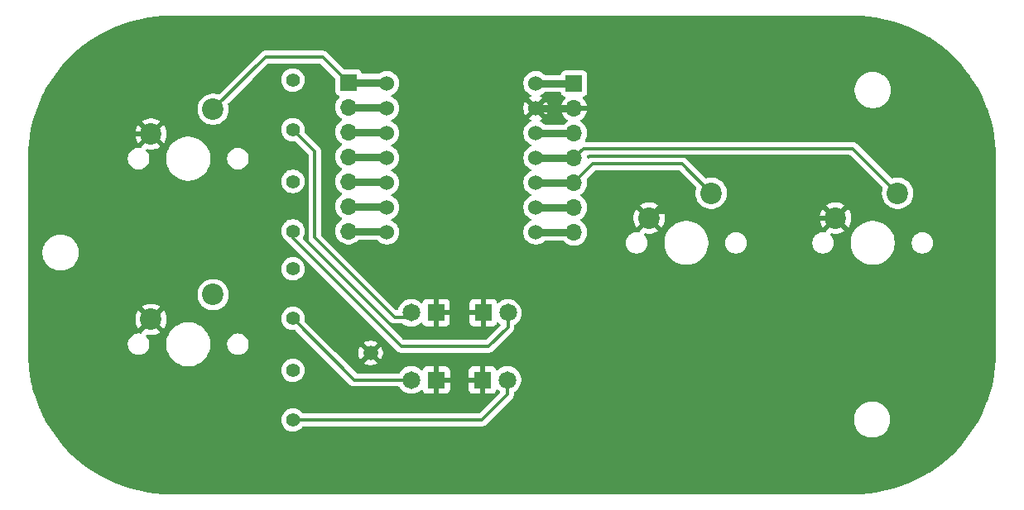
<source format=gbr>
%TF.GenerationSoftware,KiCad,Pcbnew,9.0.3*%
%TF.CreationDate,2025-07-31T20:43:01+07:00*%
%TF.ProjectId,DIY Gamepad,44495920-4761-46d6-9570-61642e6b6963,rev?*%
%TF.SameCoordinates,Original*%
%TF.FileFunction,Copper,L2,Bot*%
%TF.FilePolarity,Positive*%
%FSLAX46Y46*%
G04 Gerber Fmt 4.6, Leading zero omitted, Abs format (unit mm)*
G04 Created by KiCad (PCBNEW 9.0.3) date 2025-07-31 20:43:01*
%MOMM*%
%LPD*%
G01*
G04 APERTURE LIST*
%TA.AperFunction,ComponentPad*%
%ADD10C,1.400000*%
%TD*%
%TA.AperFunction,ComponentPad*%
%ADD11C,2.200000*%
%TD*%
%TA.AperFunction,ComponentPad*%
%ADD12C,1.815000*%
%TD*%
%TA.AperFunction,ComponentPad*%
%ADD13R,1.815000X1.815000*%
%TD*%
%TA.AperFunction,ComponentPad*%
%ADD14C,1.524000*%
%TD*%
%TA.AperFunction,ComponentPad*%
%ADD15C,1.500000*%
%TD*%
%TA.AperFunction,ComponentPad*%
%ADD16R,1.700000X1.700000*%
%TD*%
%TA.AperFunction,ComponentPad*%
%ADD17O,1.700000X1.700000*%
%TD*%
%TA.AperFunction,Conductor*%
%ADD18C,0.300000*%
%TD*%
%TA.AperFunction,Conductor*%
%ADD19C,0.500000*%
%TD*%
%TA.AperFunction,Conductor*%
%ADD20C,0.750000*%
%TD*%
G04 APERTURE END LIST*
D10*
%TO.P,R2,1*%
%TO.N,Net-(D2-PadA)*%
X129744973Y-100400300D03*
%TO.P,R2,2*%
%TO.N,/LED2*%
X129744973Y-95320300D03*
%TD*%
%TO.P,R1,1*%
%TO.N,Net-(D1-PadA)*%
X129729973Y-90000300D03*
%TO.P,R1,2*%
%TO.N,/LED1*%
X129729973Y-84920300D03*
%TD*%
D11*
%TO.P,SW4,1,1*%
%TO.N,/Button4*%
X191588723Y-96520300D03*
%TO.P,SW4,2,2*%
%TO.N,GND*%
X185238723Y-99060300D03*
%TD*%
D10*
%TO.P,R3,1*%
%TO.N,Net-(D3-PadA)*%
X129744973Y-109350300D03*
%TO.P,R3,2*%
%TO.N,/LED3*%
X129744973Y-104270300D03*
%TD*%
D12*
%TO.P,D4,A*%
%TO.N,Net-(D4-PadA)*%
X151682900Y-115650300D03*
D13*
%TO.P,D4,C*%
%TO.N,GND*%
X149142900Y-115650300D03*
%TD*%
D10*
%TO.P,R4,1*%
%TO.N,Net-(D4-PadA)*%
X129744973Y-119740300D03*
%TO.P,R4,2*%
%TO.N,/LED4*%
X129744973Y-114660300D03*
%TD*%
D14*
%TO.P,U1,1,GPIO26/ADC0/A0*%
%TO.N,/Button1*%
X139340400Y-85270300D03*
%TO.P,U1,2,GPIO27/ADC1/A1*%
%TO.N,/LED1*%
X139340400Y-87810300D03*
%TO.P,U1,3,GPIO28/ADC2/A2*%
%TO.N,/Button3*%
X139340400Y-90350300D03*
%TO.P,U1,4,GPIO29/ADC3/A3*%
%TO.N,/LED2*%
X139340400Y-92890300D03*
%TO.P,U1,5,GPIO6/SDA*%
%TO.N,/LED3*%
X139340400Y-95430300D03*
%TO.P,U1,6,GPIO7/SCL*%
%TO.N,/LED4*%
X139340400Y-97970300D03*
%TO.P,U1,7,GPIO0/TX*%
%TO.N,Net-(J1-Pin_7)*%
X139340400Y-100510300D03*
%TO.P,U1,8,GPIO1/RX*%
%TO.N,Net-(J2-Pin_7)*%
X154580400Y-100510300D03*
%TO.P,U1,9,GPIO2/SCK*%
%TO.N,Net-(J2-Pin_6)*%
X154580400Y-97970300D03*
%TO.P,U1,10,GPIO4/MISO*%
%TO.N,/Button2*%
X154580400Y-95430300D03*
%TO.P,U1,11,GPIO3/MOSI*%
%TO.N,/Button4*%
X154580400Y-92890300D03*
%TO.P,U1,12,3V3*%
%TO.N,Net-(J2-Pin_3)*%
X154580400Y-90350300D03*
%TO.P,U1,13,GND*%
%TO.N,GND*%
X154580400Y-87810300D03*
%TO.P,U1,14,VBUS*%
%TO.N,Net-(J2-Pin_1)*%
X154580400Y-85270300D03*
%TD*%
D12*
%TO.P,D1,A*%
%TO.N,Net-(D1-PadA)*%
X141839973Y-108770300D03*
D13*
%TO.P,D1,C*%
%TO.N,GND*%
X144379973Y-108770300D03*
%TD*%
D12*
%TO.P,D2,A*%
%TO.N,Net-(D2-PadA)*%
X151729973Y-108770300D03*
D13*
%TO.P,D2,C*%
%TO.N,GND*%
X149189973Y-108770300D03*
%TD*%
D11*
%TO.P,SW2,1,1*%
%TO.N,/Button2*%
X172521223Y-96520300D03*
%TO.P,SW2,2,2*%
%TO.N,GND*%
X166171223Y-99060300D03*
%TD*%
D15*
%TO.P,J3,1,Pin_1*%
%TO.N,GND*%
X137689973Y-112880300D03*
%TD*%
D16*
%TO.P,J1,1,Pin_1*%
%TO.N,/Button1*%
X135415400Y-85170300D03*
D17*
%TO.P,J1,2,Pin_2*%
%TO.N,/LED1*%
X135415400Y-87710300D03*
%TO.P,J1,3,Pin_3*%
%TO.N,/Button3*%
X135415400Y-90250300D03*
%TO.P,J1,4,Pin_4*%
%TO.N,/LED2*%
X135415400Y-92790300D03*
%TO.P,J1,5,Pin_5*%
%TO.N,/LED3*%
X135415400Y-95330300D03*
%TO.P,J1,6,Pin_6*%
%TO.N,/LED4*%
X135415400Y-97870300D03*
%TO.P,J1,7,Pin_7*%
%TO.N,Net-(J1-Pin_7)*%
X135415400Y-100410300D03*
%TD*%
D16*
%TO.P,J2,1,Pin_1*%
%TO.N,Net-(J2-Pin_1)*%
X158490400Y-85280300D03*
D17*
%TO.P,J2,2,Pin_2*%
%TO.N,GND*%
X158490400Y-87820300D03*
%TO.P,J2,3,Pin_3*%
%TO.N,Net-(J2-Pin_3)*%
X158490400Y-90360300D03*
%TO.P,J2,4,Pin_4*%
%TO.N,/Button4*%
X158490400Y-92900300D03*
%TO.P,J2,5,Pin_5*%
%TO.N,/Button2*%
X158490400Y-95440300D03*
%TO.P,J2,6,Pin_6*%
%TO.N,Net-(J2-Pin_6)*%
X158490400Y-97980300D03*
%TO.P,J2,7,Pin_7*%
%TO.N,Net-(J2-Pin_7)*%
X158490400Y-100520300D03*
%TD*%
D11*
%TO.P,SW1,1,1*%
%TO.N,/Button1*%
X121580337Y-87908163D03*
%TO.P,SW1,2,2*%
%TO.N,GND*%
X115230337Y-90448163D03*
%TD*%
D12*
%TO.P,D3,A*%
%TO.N,Net-(D3-PadA)*%
X141849973Y-115650300D03*
D13*
%TO.P,D3,C*%
%TO.N,GND*%
X144389973Y-115650300D03*
%TD*%
D11*
%TO.P,SW3,1,1*%
%TO.N,/Button3*%
X121580337Y-106908163D03*
%TO.P,SW3,2,2*%
%TO.N,GND*%
X115230337Y-109448163D03*
%TD*%
D18*
%TO.N,Net-(D1-PadA)*%
X140131223Y-109220300D02*
X131979973Y-101069050D01*
X131979973Y-101069050D02*
X131979973Y-92250300D01*
X131979973Y-92250300D02*
X129729973Y-90000300D01*
X141839973Y-109220300D02*
X140131223Y-109220300D01*
D19*
%TO.N,GND*%
X185238723Y-99060300D02*
X171746223Y-99060300D01*
X166831223Y-98400300D02*
X166171223Y-99060300D01*
X171746223Y-99060300D02*
X171086223Y-98400300D01*
X111711223Y-92250300D02*
X111711223Y-105950300D01*
X149127579Y-109237747D02*
X149162473Y-109202853D01*
D20*
X158480400Y-87810300D02*
X158490400Y-87820300D01*
D19*
X149117794Y-116087747D02*
X149142900Y-116112853D01*
X111711223Y-105950300D02*
X115209086Y-109448163D01*
X171086223Y-98400300D02*
X166831223Y-98400300D01*
X115209086Y-109448163D02*
X115230337Y-109448163D01*
X115230337Y-90448163D02*
X113513360Y-90448163D01*
X113513360Y-90448163D02*
X111711223Y-92250300D01*
D20*
X154580400Y-87810300D02*
X158480400Y-87810300D01*
X158550400Y-87760300D02*
X158490400Y-87820300D01*
D18*
%TO.N,Net-(D2-PadA)*%
X129744973Y-101134050D02*
X129744973Y-100400300D01*
X129409973Y-100400300D02*
X130079973Y-100400300D01*
X140811223Y-112200300D02*
X129744973Y-101134050D01*
X149761223Y-112200300D02*
X140811223Y-112200300D01*
X151729973Y-108770300D02*
X151729973Y-110231550D01*
X151729973Y-110231550D02*
X149761223Y-112200300D01*
%TO.N,Net-(D3-PadA)*%
X136044973Y-115650300D02*
X141849973Y-115650300D01*
X129744973Y-109350300D02*
X136044973Y-115650300D01*
%TO.N,Net-(D4-PadA)*%
X149071223Y-119740300D02*
X129744973Y-119740300D01*
X151682900Y-115650300D02*
X151682900Y-117128623D01*
X151682900Y-117128623D02*
X149071223Y-119740300D01*
D20*
%TO.N,/LED1*%
X139240400Y-87710300D02*
X139340400Y-87810300D01*
X135415400Y-87710300D02*
X139240400Y-87710300D01*
%TO.N,/LED2*%
X139240400Y-92790300D02*
X139340400Y-92890300D01*
X135415400Y-92790300D02*
X139240400Y-92790300D01*
%TO.N,/LED3*%
X135415400Y-95330300D02*
X139240400Y-95330300D01*
X139240400Y-95330300D02*
X139340400Y-95430300D01*
%TO.N,/LED4*%
X135415400Y-97870300D02*
X139240400Y-97870300D01*
X139240400Y-97870300D02*
X139340400Y-97970300D01*
D18*
%TO.N,/Button1*%
X135415400Y-85170300D02*
X132815400Y-82570300D01*
D20*
X135415400Y-85170300D02*
X139240400Y-85170300D01*
X139240400Y-85170300D02*
X139340400Y-85270300D01*
D18*
X132815400Y-82570300D02*
X126918200Y-82570300D01*
X126918200Y-82570300D02*
X121580337Y-87908163D01*
D20*
%TO.N,/Button2*%
X158480400Y-95430300D02*
X158490400Y-95440300D01*
X154580400Y-95430300D02*
X158480400Y-95430300D01*
D18*
X172521223Y-96520300D02*
X169519086Y-93518163D01*
X160412537Y-93518163D02*
X158490400Y-95440300D01*
X169519086Y-93518163D02*
X160412537Y-93518163D01*
D20*
%TO.N,/Button3*%
X135415400Y-90250300D02*
X139240400Y-90250300D01*
X139240400Y-90250300D02*
X139340400Y-90350300D01*
%TO.N,/Button4*%
X154580400Y-92890300D02*
X158480400Y-92890300D01*
D18*
X158490400Y-92900300D02*
X159452537Y-91938163D01*
X159452537Y-91938163D02*
X187006586Y-91938163D01*
D20*
X158480400Y-92890300D02*
X158490400Y-92900300D01*
D18*
X187006586Y-91938163D02*
X191588723Y-96520300D01*
%TO.N,Net-(J1-Pin_7)*%
X135285400Y-100540300D02*
X135415400Y-100410300D01*
D20*
X135415400Y-100410300D02*
X139240400Y-100410300D01*
X139240400Y-100410300D02*
X139340400Y-100510300D01*
%TO.N,Net-(J2-Pin_3)*%
X158480400Y-90350300D02*
X158490400Y-90360300D01*
X154580400Y-90350300D02*
X158480400Y-90350300D01*
%TO.N,Net-(J2-Pin_1)*%
X158480400Y-85270300D02*
X158490400Y-85280300D01*
X154580400Y-85270300D02*
X158480400Y-85270300D01*
%TO.N,Net-(J2-Pin_7)*%
X158480400Y-100510300D02*
X158490400Y-100520300D01*
X154580400Y-100510300D02*
X158480400Y-100510300D01*
D18*
X158490400Y-101145406D02*
X158490400Y-100520300D01*
D20*
%TO.N,Net-(J2-Pin_6)*%
X158480400Y-97970300D02*
X158490400Y-97980300D01*
X154580400Y-97970300D02*
X158480400Y-97970300D01*
%TD*%
%TA.AperFunction,Conductor*%
%TO.N,GND*%
G36*
X157093498Y-86165485D02*
G01*
X157139253Y-86218289D01*
X157143462Y-86230565D01*
X157143598Y-86230515D01*
X157196602Y-86372628D01*
X157196606Y-86372635D01*
X157282852Y-86487844D01*
X157282855Y-86487847D01*
X157398064Y-86574093D01*
X157398071Y-86574097D01*
X157460302Y-86597307D01*
X157529998Y-86623302D01*
X157585931Y-86665173D01*
X157610349Y-86730637D01*
X157595498Y-86798910D01*
X157574347Y-86827165D01*
X157460671Y-86940841D01*
X157335779Y-87112742D01*
X157239304Y-87302082D01*
X157173642Y-87504170D01*
X157173642Y-87504173D01*
X157163169Y-87570300D01*
X158057388Y-87570300D01*
X158024475Y-87627307D01*
X157990400Y-87754474D01*
X157990400Y-87886126D01*
X158024475Y-88013293D01*
X158057388Y-88070300D01*
X157163169Y-88070300D01*
X157173642Y-88136426D01*
X157173642Y-88136429D01*
X157239304Y-88338517D01*
X157335779Y-88527857D01*
X157460672Y-88699759D01*
X157460676Y-88699764D01*
X157610935Y-88850023D01*
X157610940Y-88850027D01*
X157782844Y-88974922D01*
X157791895Y-88979534D01*
X157842692Y-89027508D01*
X157859487Y-89095329D01*
X157836950Y-89161464D01*
X157791899Y-89200502D01*
X157782582Y-89205249D01*
X157610613Y-89330190D01*
X157610609Y-89330194D01*
X157502323Y-89438481D01*
X157441000Y-89471966D01*
X157414642Y-89474800D01*
X155541707Y-89474800D01*
X155474668Y-89455115D01*
X155454026Y-89438481D01*
X155402866Y-89387321D01*
X155402864Y-89387319D01*
X155242094Y-89270513D01*
X155085067Y-89190503D01*
X155034272Y-89142529D01*
X155017477Y-89074708D01*
X155040014Y-89008573D01*
X155085069Y-88969534D01*
X155241822Y-88889664D01*
X155279116Y-88862568D01*
X154664495Y-88247947D01*
X154751971Y-88224508D01*
X154853330Y-88165989D01*
X154936089Y-88083230D01*
X154994608Y-87981871D01*
X155018047Y-87894394D01*
X155632668Y-88509015D01*
X155659762Y-88471725D01*
X155749942Y-88294737D01*
X155811324Y-88105823D01*
X155811324Y-88105820D01*
X155842400Y-87909621D01*
X155842400Y-87710978D01*
X155811324Y-87514779D01*
X155811324Y-87514776D01*
X155749942Y-87325862D01*
X155659758Y-87148867D01*
X155632668Y-87111583D01*
X155018047Y-87726204D01*
X154994608Y-87638729D01*
X154936089Y-87537370D01*
X154853330Y-87454611D01*
X154751971Y-87396092D01*
X154664494Y-87372652D01*
X155279116Y-86758031D01*
X155279115Y-86758030D01*
X155241832Y-86730941D01*
X155085068Y-86651065D01*
X155034272Y-86603090D01*
X155017477Y-86535269D01*
X155040015Y-86469134D01*
X155085067Y-86430096D01*
X155242094Y-86350087D01*
X155402864Y-86233281D01*
X155454026Y-86182119D01*
X155515349Y-86148634D01*
X155541707Y-86145800D01*
X157026459Y-86145800D01*
X157093498Y-86165485D01*
G37*
%TD.AperFunction*%
%TA.AperFunction,Conductor*%
G36*
X187151552Y-78350551D02*
G01*
X187881229Y-78369041D01*
X187887480Y-78369358D01*
X188613772Y-78424666D01*
X188619955Y-78425295D01*
X189342484Y-78517314D01*
X189348685Y-78518264D01*
X190065645Y-78646764D01*
X190071745Y-78648018D01*
X190781255Y-78812662D01*
X190787305Y-78814228D01*
X191487585Y-79014603D01*
X191493564Y-79016479D01*
X192182760Y-79252052D01*
X192188633Y-79254227D01*
X192865038Y-79524415D01*
X192870791Y-79526885D01*
X193532628Y-79830979D01*
X193538248Y-79833735D01*
X194183843Y-80170965D01*
X194189303Y-80173995D01*
X194816991Y-80543493D01*
X194822321Y-80546815D01*
X195430467Y-80947617D01*
X195435606Y-80951193D01*
X196022697Y-81382301D01*
X196027656Y-81386140D01*
X196592121Y-81846401D01*
X196596888Y-81850493D01*
X197137341Y-82338773D01*
X197141894Y-82343102D01*
X197656887Y-82858095D01*
X197661216Y-82862648D01*
X198149497Y-83403100D01*
X198153589Y-83407867D01*
X198613850Y-83972331D01*
X198617693Y-83977295D01*
X199042669Y-84556035D01*
X199048791Y-84564372D01*
X199052380Y-84569529D01*
X199453175Y-85177665D01*
X199456498Y-85182996D01*
X199825982Y-85810660D01*
X199829031Y-85816153D01*
X200166259Y-86461742D01*
X200169025Y-86467383D01*
X200473101Y-87129178D01*
X200475579Y-87134951D01*
X200745762Y-87811339D01*
X200747944Y-87817231D01*
X200983513Y-88506412D01*
X200985394Y-88512406D01*
X201185763Y-89212664D01*
X201187337Y-89218746D01*
X201351972Y-89928213D01*
X201353237Y-89934367D01*
X201481732Y-90651296D01*
X201482683Y-90657506D01*
X201574698Y-91379994D01*
X201575334Y-91386244D01*
X201630640Y-92112493D01*
X201630958Y-92118768D01*
X201649433Y-92847841D01*
X201649473Y-92850982D01*
X201649473Y-112848449D01*
X201649433Y-112851591D01*
X201630941Y-113581252D01*
X201630623Y-113587526D01*
X201575317Y-114313775D01*
X201574681Y-114320025D01*
X201482665Y-115042512D01*
X201481714Y-115048722D01*
X201353218Y-115765648D01*
X201351953Y-115771802D01*
X201187318Y-116481268D01*
X201185744Y-116487350D01*
X200985374Y-117187606D01*
X200983493Y-117193600D01*
X200747924Y-117882780D01*
X200745742Y-117888672D01*
X200475559Y-118565058D01*
X200473081Y-118570831D01*
X200169005Y-119232624D01*
X200166239Y-119238265D01*
X199829010Y-119883853D01*
X199825961Y-119889346D01*
X199456470Y-120517022D01*
X199453146Y-120522354D01*
X199052360Y-121130473D01*
X199048771Y-121135629D01*
X198617685Y-121722688D01*
X198613840Y-121727656D01*
X198153569Y-122292131D01*
X198149477Y-122296898D01*
X197661197Y-122837350D01*
X197656868Y-122841903D01*
X197141875Y-123356894D01*
X197137322Y-123361223D01*
X196596870Y-123849502D01*
X196592103Y-123853594D01*
X196027639Y-124313853D01*
X196022671Y-124317699D01*
X195435599Y-124748792D01*
X195430442Y-124752381D01*
X194822299Y-125153180D01*
X194816968Y-125156503D01*
X194189315Y-125525980D01*
X194183821Y-125529029D01*
X193538239Y-125866251D01*
X193532599Y-125869017D01*
X192870797Y-126173096D01*
X192865024Y-126175574D01*
X192188637Y-126445755D01*
X192182745Y-126447937D01*
X191493565Y-126683504D01*
X191487571Y-126685385D01*
X190787314Y-126885753D01*
X190781232Y-126887327D01*
X190071766Y-127051961D01*
X190065612Y-127053226D01*
X189348685Y-127181720D01*
X189342475Y-127182671D01*
X188619987Y-127274684D01*
X188613737Y-127275320D01*
X187887490Y-127330625D01*
X187881215Y-127330943D01*
X187269516Y-127346443D01*
X187150007Y-127349472D01*
X187146878Y-127349512D01*
X117151536Y-127349512D01*
X117148395Y-127349472D01*
X116418731Y-127330981D01*
X116412456Y-127330663D01*
X115686207Y-127275357D01*
X115679957Y-127274721D01*
X114957468Y-127182706D01*
X114951258Y-127181755D01*
X114234330Y-127053260D01*
X114228176Y-127051995D01*
X113518710Y-126887360D01*
X113512628Y-126885786D01*
X112812370Y-126685417D01*
X112806376Y-126683536D01*
X112117195Y-126447967D01*
X112111303Y-126445785D01*
X111434916Y-126175603D01*
X111429143Y-126173125D01*
X110767348Y-125869049D01*
X110761707Y-125866283D01*
X110116118Y-125529055D01*
X110110625Y-125526006D01*
X109482962Y-125156522D01*
X109477631Y-125153199D01*
X108869482Y-124752396D01*
X108864325Y-124748806D01*
X108277279Y-124317730D01*
X108272311Y-124313885D01*
X107707834Y-123853615D01*
X107703067Y-123849523D01*
X107162615Y-123361242D01*
X107158062Y-123356913D01*
X106643069Y-122841921D01*
X106638740Y-122837368D01*
X106150460Y-122296915D01*
X106146368Y-122292148D01*
X105686097Y-121727672D01*
X105682252Y-121722704D01*
X105251176Y-121135658D01*
X105247587Y-121130501D01*
X104846783Y-120522352D01*
X104843459Y-120517021D01*
X104473976Y-119889358D01*
X104470927Y-119883865D01*
X104374026Y-119698359D01*
X104346578Y-119645813D01*
X128544473Y-119645813D01*
X128544473Y-119834786D01*
X128574032Y-120021418D01*
X128632427Y-120201136D01*
X128716328Y-120365800D01*
X128718213Y-120369499D01*
X128829283Y-120522373D01*
X128962900Y-120655990D01*
X129115774Y-120767060D01*
X129195320Y-120807590D01*
X129284136Y-120852845D01*
X129284138Y-120852845D01*
X129284141Y-120852847D01*
X129380470Y-120884146D01*
X129463854Y-120911240D01*
X129650487Y-120940800D01*
X129650492Y-120940800D01*
X129839459Y-120940800D01*
X130026091Y-120911240D01*
X130205805Y-120852847D01*
X130374172Y-120767060D01*
X130527046Y-120655990D01*
X130660663Y-120522373D01*
X130719120Y-120441913D01*
X130774451Y-120399249D01*
X130819438Y-120390800D01*
X149135294Y-120390800D01*
X149242376Y-120369499D01*
X149260967Y-120365801D01*
X149379350Y-120316765D01*
X149485892Y-120245577D01*
X149847616Y-119883853D01*
X150152459Y-119579011D01*
X187129473Y-119579011D01*
X187129473Y-119821588D01*
X187161134Y-120062085D01*
X187223920Y-120296404D01*
X187316746Y-120520505D01*
X187316750Y-120520514D01*
X187338947Y-120558961D01*
X187438037Y-120730589D01*
X187438039Y-120730592D01*
X187438040Y-120730593D01*
X187585706Y-120923036D01*
X187585712Y-120923043D01*
X187757229Y-121094560D01*
X187757236Y-121094566D01*
X187823263Y-121145230D01*
X187949684Y-121242236D01*
X188159761Y-121363524D01*
X188383873Y-121456354D01*
X188618184Y-121519138D01*
X188798559Y-121542884D01*
X188858684Y-121550800D01*
X188858685Y-121550800D01*
X189101262Y-121550800D01*
X189149361Y-121544467D01*
X189341762Y-121519138D01*
X189576073Y-121456354D01*
X189800185Y-121363524D01*
X190010262Y-121242236D01*
X190202711Y-121094565D01*
X190374238Y-120923038D01*
X190521909Y-120730589D01*
X190643197Y-120520512D01*
X190736027Y-120296400D01*
X190798811Y-120062089D01*
X190830473Y-119821588D01*
X190830473Y-119579012D01*
X190798811Y-119338511D01*
X190736027Y-119104200D01*
X190643197Y-118880088D01*
X190521909Y-118670011D01*
X190374238Y-118477562D01*
X190374233Y-118477556D01*
X190202716Y-118306039D01*
X190202709Y-118306033D01*
X190010266Y-118158367D01*
X190010265Y-118158366D01*
X190010262Y-118158364D01*
X189800185Y-118037076D01*
X189800178Y-118037073D01*
X189576077Y-117944247D01*
X189458917Y-117912854D01*
X189341762Y-117881462D01*
X189341761Y-117881461D01*
X189341758Y-117881461D01*
X189101262Y-117849800D01*
X189101261Y-117849800D01*
X188858685Y-117849800D01*
X188858684Y-117849800D01*
X188618187Y-117881461D01*
X188383868Y-117944247D01*
X188159767Y-118037073D01*
X188159758Y-118037077D01*
X187949679Y-118158367D01*
X187757236Y-118306033D01*
X187757229Y-118306039D01*
X187585712Y-118477556D01*
X187585706Y-118477563D01*
X187438040Y-118670006D01*
X187316750Y-118880085D01*
X187316746Y-118880094D01*
X187223920Y-119104195D01*
X187161134Y-119338514D01*
X187129473Y-119579011D01*
X150152459Y-119579011D01*
X150244198Y-119487272D01*
X152188172Y-117543297D01*
X152188173Y-117543296D01*
X152188177Y-117543292D01*
X152259365Y-117436750D01*
X152308401Y-117318367D01*
X152333218Y-117193607D01*
X152333400Y-117192694D01*
X152333400Y-116975076D01*
X152353085Y-116908037D01*
X152401104Y-116864592D01*
X152420853Y-116854530D01*
X152600151Y-116724262D01*
X152756862Y-116567551D01*
X152887130Y-116388253D01*
X152987745Y-116190784D01*
X153056231Y-115980007D01*
X153071465Y-115883821D01*
X153090900Y-115761117D01*
X153090900Y-115539482D01*
X153056231Y-115320592D01*
X153024454Y-115222796D01*
X152987745Y-115109816D01*
X152987743Y-115109813D01*
X152987743Y-115109811D01*
X152887129Y-114912346D01*
X152756862Y-114733049D01*
X152600151Y-114576338D01*
X152420853Y-114446070D01*
X152223388Y-114345456D01*
X152012607Y-114276968D01*
X151793717Y-114242300D01*
X151793712Y-114242300D01*
X151572088Y-114242300D01*
X151572083Y-114242300D01*
X151353192Y-114276968D01*
X151142411Y-114345456D01*
X150944946Y-114446070D01*
X150869735Y-114500715D01*
X150765649Y-114576338D01*
X150765647Y-114576340D01*
X150765645Y-114576341D01*
X150724593Y-114617393D01*
X150663270Y-114650878D01*
X150593578Y-114645892D01*
X150537645Y-114604020D01*
X150520731Y-114573043D01*
X150493755Y-114500715D01*
X150493750Y-114500706D01*
X150407590Y-114385612D01*
X150407587Y-114385609D01*
X150292493Y-114299449D01*
X150292486Y-114299445D01*
X150157779Y-114249203D01*
X150157772Y-114249201D01*
X150098244Y-114242800D01*
X149392900Y-114242800D01*
X149392900Y-115096043D01*
X149376421Y-115086529D01*
X149222550Y-115045300D01*
X149063250Y-115045300D01*
X148909379Y-115086529D01*
X148892900Y-115096043D01*
X148892900Y-114242800D01*
X148187555Y-114242800D01*
X148128027Y-114249201D01*
X148128020Y-114249203D01*
X147993313Y-114299445D01*
X147993306Y-114299449D01*
X147878212Y-114385609D01*
X147878209Y-114385612D01*
X147792049Y-114500706D01*
X147792045Y-114500713D01*
X147741803Y-114635420D01*
X147741801Y-114635427D01*
X147735400Y-114694955D01*
X147735400Y-115400300D01*
X148588643Y-115400300D01*
X148579129Y-115416779D01*
X148537900Y-115570650D01*
X148537900Y-115729950D01*
X148579129Y-115883821D01*
X148588643Y-115900300D01*
X147735400Y-115900300D01*
X147735400Y-116605644D01*
X147741801Y-116665172D01*
X147741803Y-116665179D01*
X147792045Y-116799886D01*
X147792049Y-116799893D01*
X147878209Y-116914987D01*
X147878212Y-116914990D01*
X147993306Y-117001150D01*
X147993313Y-117001154D01*
X148128020Y-117051396D01*
X148128027Y-117051398D01*
X148187555Y-117057799D01*
X148187572Y-117057800D01*
X148892900Y-117057800D01*
X148892900Y-116204556D01*
X148909379Y-116214071D01*
X149063250Y-116255300D01*
X149222550Y-116255300D01*
X149376421Y-116214071D01*
X149392900Y-116204556D01*
X149392900Y-117057800D01*
X150098228Y-117057800D01*
X150098244Y-117057799D01*
X150157772Y-117051398D01*
X150157779Y-117051396D01*
X150292486Y-117001154D01*
X150292493Y-117001150D01*
X150407587Y-116914990D01*
X150407590Y-116914987D01*
X150493750Y-116799893D01*
X150493753Y-116799888D01*
X150520730Y-116727557D01*
X150537786Y-116704771D01*
X150552272Y-116680268D01*
X150558454Y-116677160D01*
X150562601Y-116671622D01*
X150589272Y-116661673D01*
X150614702Y-116648894D01*
X150621581Y-116649622D01*
X150628065Y-116647204D01*
X150655877Y-116653253D01*
X150684183Y-116656251D01*
X150691212Y-116660940D01*
X150696338Y-116662055D01*
X150714565Y-116674212D01*
X150719819Y-116678432D01*
X150765649Y-116724262D01*
X150883264Y-116809715D01*
X150885599Y-116811590D01*
X150903925Y-116837895D01*
X150923498Y-116863278D01*
X150923763Y-116866370D01*
X150925539Y-116868919D01*
X150926734Y-116900960D01*
X150929477Y-116932892D01*
X150928028Y-116935637D01*
X150928144Y-116938740D01*
X150911830Y-116966335D01*
X150896871Y-116994687D01*
X150895628Y-116995947D01*
X148838096Y-119053481D01*
X148776773Y-119086966D01*
X148750415Y-119089800D01*
X130819438Y-119089800D01*
X130752399Y-119070115D01*
X130719120Y-119038686D01*
X130660663Y-118958227D01*
X130527046Y-118824610D01*
X130374172Y-118713540D01*
X130205809Y-118627754D01*
X130026091Y-118569359D01*
X129839459Y-118539800D01*
X129839454Y-118539800D01*
X129650492Y-118539800D01*
X129650487Y-118539800D01*
X129463854Y-118569359D01*
X129284136Y-118627754D01*
X129115773Y-118713540D01*
X129028552Y-118776910D01*
X128962900Y-118824610D01*
X128962898Y-118824612D01*
X128962897Y-118824612D01*
X128829285Y-118958224D01*
X128829285Y-118958225D01*
X128829283Y-118958227D01*
X128781583Y-119023879D01*
X128718213Y-119111100D01*
X128632427Y-119279463D01*
X128574032Y-119459181D01*
X128544473Y-119645813D01*
X104346578Y-119645813D01*
X104133698Y-119238276D01*
X104130932Y-119232635D01*
X104085309Y-119133340D01*
X103826850Y-118570828D01*
X103824378Y-118565068D01*
X103789424Y-118477563D01*
X103554191Y-117888666D01*
X103552014Y-117882788D01*
X103552011Y-117882780D01*
X103316442Y-117193597D01*
X103314564Y-117187613D01*
X103277420Y-117057800D01*
X103114190Y-116487340D01*
X103112620Y-116481274D01*
X103091035Y-116388257D01*
X102947979Y-115771780D01*
X102946725Y-115765680D01*
X102818224Y-115048720D01*
X102817274Y-115042515D01*
X102757937Y-114576613D01*
X102756562Y-114565813D01*
X128544473Y-114565813D01*
X128544473Y-114754786D01*
X128574032Y-114941418D01*
X128632427Y-115121136D01*
X128712772Y-115278821D01*
X128718213Y-115289499D01*
X128829283Y-115442373D01*
X128962900Y-115575990D01*
X129115774Y-115687060D01*
X129195320Y-115727590D01*
X129284136Y-115772845D01*
X129284138Y-115772845D01*
X129284141Y-115772847D01*
X129380470Y-115804146D01*
X129463854Y-115831240D01*
X129650487Y-115860800D01*
X129650492Y-115860800D01*
X129839459Y-115860800D01*
X130026091Y-115831240D01*
X130205805Y-115772847D01*
X130374172Y-115687060D01*
X130527046Y-115575990D01*
X130660663Y-115442373D01*
X130771733Y-115289499D01*
X130857520Y-115121132D01*
X130915913Y-114941418D01*
X130920517Y-114912347D01*
X130945473Y-114754786D01*
X130945473Y-114565813D01*
X130915913Y-114379181D01*
X130873679Y-114249201D01*
X130857520Y-114199468D01*
X130857518Y-114199465D01*
X130857518Y-114199463D01*
X130771732Y-114031100D01*
X130660663Y-113878227D01*
X130527046Y-113744610D01*
X130374172Y-113633540D01*
X130205809Y-113547754D01*
X130026091Y-113489359D01*
X129839459Y-113459800D01*
X129839454Y-113459800D01*
X129650492Y-113459800D01*
X129650487Y-113459800D01*
X129463854Y-113489359D01*
X129284136Y-113547754D01*
X129115773Y-113633540D01*
X129028552Y-113696910D01*
X128962900Y-113744610D01*
X128962898Y-113744612D01*
X128962897Y-113744612D01*
X128829285Y-113878224D01*
X128829285Y-113878225D01*
X128829283Y-113878227D01*
X128796044Y-113923977D01*
X128718213Y-114031100D01*
X128632427Y-114199463D01*
X128574032Y-114379181D01*
X128544473Y-114565813D01*
X102756562Y-114565813D01*
X102725258Y-114320027D01*
X102724622Y-114313777D01*
X102721819Y-114276968D01*
X102669315Y-113587519D01*
X102668998Y-113581253D01*
X102666669Y-113489360D01*
X102650513Y-112851787D01*
X102650473Y-112848646D01*
X102650473Y-111901552D01*
X112859837Y-111901552D01*
X112859837Y-112074773D01*
X112883655Y-112225159D01*
X112886935Y-112245864D01*
X112940464Y-112410608D01*
X113019105Y-112564951D01*
X113120923Y-112705091D01*
X113243409Y-112827577D01*
X113383549Y-112929395D01*
X113537892Y-113008036D01*
X113702636Y-113061565D01*
X113873726Y-113088663D01*
X113873727Y-113088663D01*
X114046947Y-113088663D01*
X114046948Y-113088663D01*
X114218038Y-113061565D01*
X114382782Y-113008036D01*
X114537125Y-112929395D01*
X114677265Y-112827577D01*
X114799751Y-112705091D01*
X114901569Y-112564951D01*
X114980210Y-112410608D01*
X115033739Y-112245864D01*
X115060837Y-112074774D01*
X115060837Y-111901552D01*
X115051191Y-111840649D01*
X116789837Y-111840649D01*
X116789837Y-112135676D01*
X116821908Y-112379276D01*
X116828344Y-112428156D01*
X116902549Y-112705093D01*
X116904698Y-112713114D01*
X116904701Y-112713124D01*
X117017591Y-112985663D01*
X117017595Y-112985673D01*
X117165098Y-113241156D01*
X117344689Y-113475203D01*
X117344695Y-113475210D01*
X117553289Y-113683804D01*
X117553296Y-113683810D01*
X117787343Y-113863401D01*
X118042826Y-114010904D01*
X118042827Y-114010904D01*
X118042830Y-114010906D01*
X118315385Y-114123802D01*
X118600344Y-114200156D01*
X118892831Y-114238663D01*
X118892838Y-114238663D01*
X119187836Y-114238663D01*
X119187843Y-114238663D01*
X119480330Y-114200156D01*
X119765289Y-114123802D01*
X120037844Y-114010906D01*
X120293331Y-113863401D01*
X120527379Y-113683809D01*
X120735983Y-113475205D01*
X120915575Y-113241157D01*
X121063080Y-112985670D01*
X121175976Y-112713115D01*
X121252330Y-112428156D01*
X121290837Y-112135669D01*
X121290837Y-111901552D01*
X123019837Y-111901552D01*
X123019837Y-112074773D01*
X123043655Y-112225159D01*
X123046935Y-112245864D01*
X123100464Y-112410608D01*
X123179105Y-112564951D01*
X123280923Y-112705091D01*
X123403409Y-112827577D01*
X123543549Y-112929395D01*
X123697892Y-113008036D01*
X123862636Y-113061565D01*
X124033726Y-113088663D01*
X124033727Y-113088663D01*
X124206947Y-113088663D01*
X124206948Y-113088663D01*
X124378038Y-113061565D01*
X124542782Y-113008036D01*
X124697125Y-112929395D01*
X124837265Y-112827577D01*
X124959751Y-112705091D01*
X125061569Y-112564951D01*
X125140210Y-112410608D01*
X125193739Y-112245864D01*
X125220837Y-112074774D01*
X125220837Y-111901552D01*
X125193739Y-111730462D01*
X125140210Y-111565718D01*
X125061569Y-111411375D01*
X124959751Y-111271235D01*
X124837265Y-111148749D01*
X124697125Y-111046931D01*
X124542782Y-110968290D01*
X124378038Y-110914761D01*
X124378036Y-110914760D01*
X124378035Y-110914760D01*
X124246608Y-110893944D01*
X124206948Y-110887663D01*
X124033726Y-110887663D01*
X123994065Y-110893944D01*
X123862639Y-110914760D01*
X123697889Y-110968291D01*
X123543548Y-111046931D01*
X123487452Y-111087688D01*
X123403409Y-111148749D01*
X123403407Y-111148751D01*
X123403406Y-111148751D01*
X123280925Y-111271232D01*
X123280925Y-111271233D01*
X123280923Y-111271235D01*
X123237196Y-111331419D01*
X123179105Y-111411374D01*
X123100465Y-111565715D01*
X123046934Y-111730465D01*
X123019837Y-111901552D01*
X121290837Y-111901552D01*
X121290837Y-111840657D01*
X121252330Y-111548170D01*
X121175976Y-111263211D01*
X121063080Y-110990656D01*
X121012941Y-110903813D01*
X120915575Y-110735169D01*
X120735984Y-110501122D01*
X120735978Y-110501115D01*
X120527384Y-110292521D01*
X120527377Y-110292515D01*
X120293330Y-110112924D01*
X120037847Y-109965421D01*
X120037837Y-109965417D01*
X119765298Y-109852527D01*
X119765291Y-109852525D01*
X119765289Y-109852524D01*
X119480330Y-109776170D01*
X119424585Y-109768831D01*
X119187850Y-109737663D01*
X119187843Y-109737663D01*
X118892831Y-109737663D01*
X118892823Y-109737663D01*
X118622227Y-109773289D01*
X118600344Y-109776170D01*
X118340476Y-109845801D01*
X118315385Y-109852524D01*
X118315375Y-109852527D01*
X118042836Y-109965417D01*
X118042826Y-109965421D01*
X117787343Y-110112924D01*
X117553296Y-110292515D01*
X117553289Y-110292521D01*
X117344695Y-110501115D01*
X117344689Y-110501122D01*
X117165098Y-110735169D01*
X117017595Y-110990652D01*
X117017591Y-110990662D01*
X116904701Y-111263201D01*
X116904698Y-111263211D01*
X116828345Y-111548167D01*
X116828343Y-111548178D01*
X116789837Y-111840649D01*
X115051191Y-111840649D01*
X115033739Y-111730462D01*
X114980210Y-111565718D01*
X114901569Y-111411375D01*
X114799751Y-111271235D01*
X114747219Y-111218703D01*
X114713734Y-111157380D01*
X114718718Y-111087688D01*
X114760590Y-111031755D01*
X114826054Y-111007338D01*
X114854298Y-111008549D01*
X115104409Y-111048163D01*
X115356265Y-111048163D01*
X115605006Y-111008765D01*
X115844521Y-110930943D01*
X116068912Y-110816609D01*
X116068918Y-110816605D01*
X116171034Y-110742413D01*
X116171035Y-110742413D01*
X115554362Y-110125741D01*
X115585595Y-110112804D01*
X115708434Y-110030726D01*
X115812900Y-109926260D01*
X115894978Y-109803421D01*
X115907914Y-109772188D01*
X116524587Y-110388861D01*
X116524587Y-110388860D01*
X116598779Y-110286744D01*
X116598783Y-110286738D01*
X116713117Y-110062347D01*
X116790939Y-109822832D01*
X116830337Y-109574091D01*
X116830337Y-109322235D01*
X116822118Y-109270346D01*
X116822118Y-109270345D01*
X116819816Y-109255813D01*
X128544473Y-109255813D01*
X128544473Y-109444786D01*
X128574032Y-109631418D01*
X128632427Y-109811136D01*
X128711038Y-109965417D01*
X128718213Y-109979499D01*
X128829283Y-110132373D01*
X128962900Y-110265990D01*
X129115774Y-110377060D01*
X129195320Y-110417590D01*
X129284136Y-110462845D01*
X129284138Y-110462845D01*
X129284141Y-110462847D01*
X129380470Y-110494146D01*
X129463854Y-110521240D01*
X129650487Y-110550800D01*
X129650492Y-110550800D01*
X129839452Y-110550800D01*
X129839454Y-110550800D01*
X129937684Y-110535241D01*
X130006973Y-110544195D01*
X130044760Y-110570033D01*
X135630297Y-116155571D01*
X135630304Y-116155577D01*
X135736844Y-116226764D01*
X135736843Y-116226764D01*
X135771517Y-116241126D01*
X135855229Y-116275801D01*
X135855233Y-116275801D01*
X135855234Y-116275802D01*
X135980901Y-116300800D01*
X135980904Y-116300800D01*
X140525197Y-116300800D01*
X140592236Y-116320485D01*
X140635680Y-116368504D01*
X140645743Y-116388253D01*
X140776011Y-116567551D01*
X140932722Y-116724262D01*
X141112020Y-116854530D01*
X141173032Y-116885617D01*
X141309484Y-116955143D01*
X141309486Y-116955143D01*
X141309489Y-116955145D01*
X141402724Y-116985439D01*
X141520265Y-117023631D01*
X141739156Y-117058300D01*
X141739161Y-117058300D01*
X141960790Y-117058300D01*
X142179680Y-117023631D01*
X142390457Y-116955145D01*
X142587926Y-116854530D01*
X142767224Y-116724262D01*
X142808279Y-116683206D01*
X142869600Y-116649722D01*
X142939291Y-116654706D01*
X142995225Y-116696576D01*
X143012141Y-116727555D01*
X143039118Y-116799886D01*
X143039122Y-116799893D01*
X143125282Y-116914987D01*
X143125285Y-116914990D01*
X143240379Y-117001150D01*
X143240386Y-117001154D01*
X143375093Y-117051396D01*
X143375100Y-117051398D01*
X143434628Y-117057799D01*
X143434645Y-117057800D01*
X144139973Y-117057800D01*
X144139973Y-116204556D01*
X144156452Y-116214071D01*
X144310323Y-116255300D01*
X144469623Y-116255300D01*
X144623494Y-116214071D01*
X144639973Y-116204556D01*
X144639973Y-117057800D01*
X145345301Y-117057800D01*
X145345317Y-117057799D01*
X145404845Y-117051398D01*
X145404852Y-117051396D01*
X145539559Y-117001154D01*
X145539566Y-117001150D01*
X145654660Y-116914990D01*
X145654663Y-116914987D01*
X145740823Y-116799893D01*
X145740827Y-116799886D01*
X145791069Y-116665179D01*
X145791071Y-116665172D01*
X145797472Y-116605644D01*
X145797473Y-116605627D01*
X145797473Y-115900300D01*
X144944230Y-115900300D01*
X144953744Y-115883821D01*
X144994973Y-115729950D01*
X144994973Y-115570650D01*
X144953744Y-115416779D01*
X144944230Y-115400300D01*
X145797473Y-115400300D01*
X145797473Y-114694972D01*
X145797472Y-114694955D01*
X145791071Y-114635427D01*
X145791069Y-114635420D01*
X145740827Y-114500713D01*
X145740823Y-114500706D01*
X145654663Y-114385612D01*
X145654660Y-114385609D01*
X145539566Y-114299449D01*
X145539559Y-114299445D01*
X145404852Y-114249203D01*
X145404845Y-114249201D01*
X145345317Y-114242800D01*
X144639973Y-114242800D01*
X144639973Y-115096043D01*
X144623494Y-115086529D01*
X144469623Y-115045300D01*
X144310323Y-115045300D01*
X144156452Y-115086529D01*
X144139973Y-115096043D01*
X144139973Y-114242800D01*
X143434628Y-114242800D01*
X143375100Y-114249201D01*
X143375093Y-114249203D01*
X143240386Y-114299445D01*
X143240379Y-114299449D01*
X143125285Y-114385609D01*
X143125282Y-114385612D01*
X143039122Y-114500706D01*
X143039118Y-114500713D01*
X143012141Y-114573044D01*
X142970270Y-114628978D01*
X142904805Y-114653395D01*
X142836532Y-114638543D01*
X142808278Y-114617392D01*
X142767226Y-114576340D01*
X142767224Y-114576338D01*
X142587926Y-114446070D01*
X142390461Y-114345456D01*
X142179680Y-114276968D01*
X141960790Y-114242300D01*
X141960785Y-114242300D01*
X141739161Y-114242300D01*
X141739156Y-114242300D01*
X141520265Y-114276968D01*
X141309484Y-114345456D01*
X141112019Y-114446070D01*
X141036808Y-114500715D01*
X140932722Y-114576338D01*
X140932720Y-114576340D01*
X140932719Y-114576340D01*
X140776013Y-114733046D01*
X140776013Y-114733047D01*
X140776011Y-114733049D01*
X140715617Y-114816173D01*
X140645746Y-114912342D01*
X140645744Y-114912345D01*
X140645743Y-114912347D01*
X140635680Y-114932095D01*
X140587709Y-114982890D01*
X140525197Y-114999800D01*
X136365781Y-114999800D01*
X136298742Y-114980115D01*
X136278100Y-114963481D01*
X135238596Y-113923977D01*
X136999846Y-113923977D01*
X136999846Y-113923978D01*
X137034831Y-113949396D01*
X137210137Y-114038718D01*
X137397267Y-114099521D01*
X137591591Y-114130300D01*
X137788355Y-114130300D01*
X137982678Y-114099521D01*
X138169808Y-114038718D01*
X138345116Y-113949395D01*
X138380098Y-113923978D01*
X138380099Y-113923978D01*
X137689974Y-113233853D01*
X137689973Y-113233853D01*
X136999846Y-113923977D01*
X135238596Y-113923977D01*
X134096536Y-112781917D01*
X136439973Y-112781917D01*
X136439973Y-112978682D01*
X136470751Y-113173005D01*
X136531554Y-113360135D01*
X136620878Y-113535445D01*
X136646292Y-113570425D01*
X136646293Y-113570425D01*
X137336419Y-112880300D01*
X137336419Y-112880299D01*
X137290342Y-112834222D01*
X137339973Y-112834222D01*
X137339973Y-112926378D01*
X137363825Y-113015395D01*
X137409903Y-113095205D01*
X137475068Y-113160370D01*
X137554878Y-113206448D01*
X137643895Y-113230300D01*
X137736051Y-113230300D01*
X137825068Y-113206448D01*
X137904878Y-113160370D01*
X137970043Y-113095205D01*
X138016121Y-113015395D01*
X138039973Y-112926378D01*
X138039973Y-112880299D01*
X138043526Y-112880299D01*
X138043526Y-112880301D01*
X138733651Y-113570426D01*
X138733651Y-113570425D01*
X138759068Y-113535443D01*
X138848391Y-113360135D01*
X138909194Y-113173005D01*
X138939973Y-112978682D01*
X138939973Y-112781917D01*
X138909194Y-112587594D01*
X138848391Y-112400464D01*
X138759069Y-112225158D01*
X138733651Y-112190173D01*
X138733650Y-112190173D01*
X138043526Y-112880299D01*
X138039973Y-112880299D01*
X138039973Y-112834222D01*
X138016121Y-112745205D01*
X137970043Y-112665395D01*
X137904878Y-112600230D01*
X137825068Y-112554152D01*
X137736051Y-112530300D01*
X137643895Y-112530300D01*
X137554878Y-112554152D01*
X137475068Y-112600230D01*
X137409903Y-112665395D01*
X137363825Y-112745205D01*
X137339973Y-112834222D01*
X137290342Y-112834222D01*
X136646293Y-112190172D01*
X136646293Y-112190173D01*
X136620875Y-112225159D01*
X136620872Y-112225163D01*
X136531555Y-112400461D01*
X136470751Y-112587594D01*
X136439973Y-112781917D01*
X134096536Y-112781917D01*
X133151239Y-111836620D01*
X136999845Y-111836620D01*
X137689973Y-112526746D01*
X137689974Y-112526746D01*
X138380098Y-111836620D01*
X138380098Y-111836619D01*
X138345118Y-111811205D01*
X138169808Y-111721881D01*
X137982678Y-111661078D01*
X137788355Y-111630300D01*
X137591591Y-111630300D01*
X137397267Y-111661078D01*
X137210134Y-111721882D01*
X137034836Y-111811199D01*
X137034832Y-111811202D01*
X136999846Y-111836620D01*
X136999845Y-111836620D01*
X133151239Y-111836620D01*
X130964706Y-109650087D01*
X130931221Y-109588764D01*
X130929914Y-109543013D01*
X130945473Y-109444781D01*
X130945473Y-109255819D01*
X130945473Y-109255813D01*
X130915913Y-109069181D01*
X130857518Y-108889463D01*
X130771732Y-108721100D01*
X130755067Y-108698163D01*
X130660663Y-108568227D01*
X130527046Y-108434610D01*
X130374172Y-108323540D01*
X130205809Y-108237754D01*
X130026091Y-108179359D01*
X129839459Y-108149800D01*
X129839454Y-108149800D01*
X129650492Y-108149800D01*
X129650487Y-108149800D01*
X129463854Y-108179359D01*
X129284136Y-108237754D01*
X129115773Y-108323540D01*
X129028552Y-108386910D01*
X128962900Y-108434610D01*
X128962898Y-108434612D01*
X128962897Y-108434612D01*
X128829285Y-108568224D01*
X128829285Y-108568225D01*
X128829283Y-108568227D01*
X128799241Y-108609576D01*
X128718213Y-108721100D01*
X128632427Y-108889463D01*
X128574032Y-109069181D01*
X128544473Y-109255813D01*
X116819816Y-109255813D01*
X116790939Y-109073493D01*
X116713117Y-108833978D01*
X116598779Y-108609579D01*
X116524587Y-108507464D01*
X116524587Y-108507463D01*
X115907914Y-109124136D01*
X115894978Y-109092905D01*
X115812900Y-108970066D01*
X115708434Y-108865600D01*
X115585595Y-108783522D01*
X115554361Y-108770584D01*
X116171035Y-108153911D01*
X116068920Y-108079720D01*
X115844521Y-107965382D01*
X115605006Y-107887560D01*
X115356265Y-107848163D01*
X115104409Y-107848163D01*
X114855667Y-107887560D01*
X114616152Y-107965382D01*
X114391750Y-108079722D01*
X114289638Y-108153910D01*
X114289637Y-108153911D01*
X114906311Y-108770584D01*
X114875079Y-108783522D01*
X114752240Y-108865600D01*
X114647774Y-108970066D01*
X114565696Y-109092905D01*
X114552758Y-109124137D01*
X113936085Y-108507463D01*
X113936084Y-108507464D01*
X113861896Y-108609576D01*
X113747556Y-108833978D01*
X113669734Y-109073493D01*
X113630337Y-109322234D01*
X113630337Y-109574091D01*
X113669734Y-109822832D01*
X113747556Y-110062347D01*
X113861894Y-110286746D01*
X113936085Y-110388860D01*
X113936085Y-110388861D01*
X114552758Y-109772187D01*
X114565696Y-109803421D01*
X114647774Y-109926260D01*
X114752240Y-110030726D01*
X114875079Y-110112804D01*
X114906311Y-110125740D01*
X114289637Y-110742413D01*
X114291935Y-110771612D01*
X114277570Y-110839990D01*
X114228518Y-110889746D01*
X114160353Y-110905084D01*
X114148920Y-110903813D01*
X114046948Y-110887663D01*
X113873726Y-110887663D01*
X113834065Y-110893944D01*
X113702639Y-110914760D01*
X113537889Y-110968291D01*
X113383548Y-111046931D01*
X113327452Y-111087688D01*
X113243409Y-111148749D01*
X113243407Y-111148751D01*
X113243406Y-111148751D01*
X113120925Y-111271232D01*
X113120925Y-111271233D01*
X113120923Y-111271235D01*
X113077196Y-111331419D01*
X113019105Y-111411374D01*
X112940465Y-111565715D01*
X112886934Y-111730465D01*
X112859837Y-111901552D01*
X102650473Y-111901552D01*
X102650473Y-106782201D01*
X119979837Y-106782201D01*
X119979837Y-107034124D01*
X120019247Y-107282948D01*
X120097097Y-107522546D01*
X120175750Y-107676910D01*
X120206567Y-107737392D01*
X120211469Y-107747011D01*
X120359538Y-107950812D01*
X120359542Y-107950817D01*
X120537682Y-108128957D01*
X120537687Y-108128961D01*
X120687429Y-108237754D01*
X120741492Y-108277033D01*
X120884521Y-108349910D01*
X120965953Y-108391402D01*
X120965955Y-108391402D01*
X120965958Y-108391404D01*
X121205552Y-108469253D01*
X121454375Y-108508663D01*
X121454376Y-108508663D01*
X121706298Y-108508663D01*
X121706299Y-108508663D01*
X121955122Y-108469253D01*
X122194716Y-108391404D01*
X122419182Y-108277033D01*
X122622993Y-108128956D01*
X122801130Y-107950819D01*
X122949207Y-107747008D01*
X123063578Y-107522542D01*
X123141427Y-107282948D01*
X123180837Y-107034125D01*
X123180837Y-106782201D01*
X123141427Y-106533378D01*
X123063578Y-106293784D01*
X123063576Y-106293781D01*
X123063576Y-106293779D01*
X123022084Y-106212347D01*
X122949207Y-106069318D01*
X122930289Y-106043280D01*
X122801135Y-105865513D01*
X122801131Y-105865508D01*
X122622991Y-105687368D01*
X122622986Y-105687364D01*
X122419185Y-105539295D01*
X122419184Y-105539294D01*
X122419182Y-105539293D01*
X122349084Y-105503576D01*
X122194720Y-105424923D01*
X121955122Y-105347073D01*
X121706299Y-105307663D01*
X121454375Y-105307663D01*
X121329963Y-105327368D01*
X121205551Y-105347073D01*
X120965953Y-105424923D01*
X120741488Y-105539295D01*
X120537687Y-105687364D01*
X120537682Y-105687368D01*
X120359542Y-105865508D01*
X120359538Y-105865513D01*
X120211469Y-106069314D01*
X120097097Y-106293779D01*
X120019247Y-106533377D01*
X119979837Y-106782201D01*
X102650473Y-106782201D01*
X102650473Y-102479011D01*
X104129473Y-102479011D01*
X104129473Y-102721588D01*
X104161134Y-102962085D01*
X104223920Y-103196404D01*
X104289452Y-103354612D01*
X104316749Y-103420512D01*
X104438037Y-103630589D01*
X104438039Y-103630592D01*
X104438040Y-103630593D01*
X104585706Y-103823036D01*
X104585712Y-103823043D01*
X104757229Y-103994560D01*
X104757235Y-103994565D01*
X104949684Y-104142236D01*
X105159761Y-104263524D01*
X105383873Y-104356354D01*
X105618184Y-104419138D01*
X105798559Y-104442884D01*
X105858684Y-104450800D01*
X105858685Y-104450800D01*
X106101262Y-104450800D01*
X106149361Y-104444467D01*
X106341762Y-104419138D01*
X106576073Y-104356354D01*
X106800185Y-104263524D01*
X106952105Y-104175813D01*
X128544473Y-104175813D01*
X128544473Y-104364786D01*
X128574032Y-104551418D01*
X128632427Y-104731136D01*
X128718213Y-104899499D01*
X128829283Y-105052373D01*
X128962900Y-105185990D01*
X129115774Y-105297060D01*
X129136584Y-105307663D01*
X129284136Y-105382845D01*
X129284138Y-105382845D01*
X129284141Y-105382847D01*
X129380470Y-105414146D01*
X129463854Y-105441240D01*
X129650487Y-105470800D01*
X129650492Y-105470800D01*
X129839459Y-105470800D01*
X130026091Y-105441240D01*
X130076312Y-105424922D01*
X130205805Y-105382847D01*
X130374172Y-105297060D01*
X130527046Y-105185990D01*
X130660663Y-105052373D01*
X130771733Y-104899499D01*
X130857520Y-104731132D01*
X130915913Y-104551418D01*
X130945473Y-104364786D01*
X130945473Y-104175813D01*
X130915913Y-103989181D01*
X130888819Y-103905797D01*
X130857520Y-103809468D01*
X130857518Y-103809465D01*
X130857518Y-103809463D01*
X130771732Y-103641100D01*
X130764098Y-103630593D01*
X130660663Y-103488227D01*
X130527046Y-103354610D01*
X130374172Y-103243540D01*
X130205809Y-103157754D01*
X130026091Y-103099359D01*
X129839459Y-103069800D01*
X129839454Y-103069800D01*
X129650492Y-103069800D01*
X129650487Y-103069800D01*
X129463854Y-103099359D01*
X129284136Y-103157754D01*
X129115773Y-103243540D01*
X129043644Y-103295946D01*
X128962900Y-103354610D01*
X128962898Y-103354612D01*
X128962897Y-103354612D01*
X128829285Y-103488224D01*
X128829285Y-103488225D01*
X128829283Y-103488227D01*
X128781583Y-103553879D01*
X128718213Y-103641100D01*
X128632427Y-103809463D01*
X128574032Y-103989181D01*
X128544473Y-104175813D01*
X106952105Y-104175813D01*
X107010262Y-104142236D01*
X107070576Y-104095954D01*
X107101052Y-104072571D01*
X107148624Y-104036066D01*
X107202711Y-103994565D01*
X107374238Y-103823038D01*
X107521909Y-103630589D01*
X107643197Y-103420512D01*
X107736027Y-103196400D01*
X107798811Y-102962089D01*
X107830473Y-102721588D01*
X107830473Y-102479012D01*
X107798811Y-102238511D01*
X107736027Y-102004200D01*
X107643197Y-101780088D01*
X107521909Y-101570011D01*
X107431970Y-101452800D01*
X107374239Y-101377563D01*
X107374233Y-101377556D01*
X107202716Y-101206039D01*
X107202709Y-101206033D01*
X107010266Y-101058367D01*
X107010265Y-101058366D01*
X107010262Y-101058364D01*
X106800185Y-100937076D01*
X106800178Y-100937073D01*
X106576077Y-100844247D01*
X106341758Y-100781461D01*
X106101262Y-100749800D01*
X106101261Y-100749800D01*
X105858685Y-100749800D01*
X105858684Y-100749800D01*
X105618187Y-100781461D01*
X105383868Y-100844247D01*
X105159767Y-100937073D01*
X105159758Y-100937077D01*
X104949679Y-101058367D01*
X104757236Y-101206033D01*
X104757229Y-101206039D01*
X104585712Y-101377556D01*
X104585706Y-101377563D01*
X104438040Y-101570006D01*
X104316750Y-101780085D01*
X104316746Y-101780094D01*
X104223920Y-102004195D01*
X104161134Y-102238514D01*
X104129473Y-102479011D01*
X102650473Y-102479011D01*
X102650473Y-100305813D01*
X128544473Y-100305813D01*
X128544473Y-100494786D01*
X128574032Y-100681418D01*
X128632427Y-100861136D01*
X128700599Y-100994929D01*
X128718213Y-101029499D01*
X128829283Y-101182373D01*
X128962900Y-101315990D01*
X129077555Y-101399292D01*
X129115775Y-101427061D01*
X129151582Y-101445305D01*
X129198389Y-101486898D01*
X129227468Y-101530418D01*
X129239697Y-101548721D01*
X140396549Y-112705573D01*
X140396552Y-112705575D01*
X140396554Y-112705577D01*
X140503096Y-112776765D01*
X140621479Y-112825801D01*
X140621483Y-112825801D01*
X140621484Y-112825802D01*
X140747151Y-112850800D01*
X140747154Y-112850800D01*
X149825294Y-112850800D01*
X149909838Y-112833982D01*
X149950967Y-112825801D01*
X150069350Y-112776765D01*
X150175892Y-112705577D01*
X152235250Y-110646219D01*
X152306438Y-110539677D01*
X152355474Y-110421294D01*
X152364273Y-110377060D01*
X152380473Y-110295619D01*
X152380473Y-110095076D01*
X152400158Y-110028037D01*
X152448177Y-109984592D01*
X152467926Y-109974530D01*
X152647224Y-109844262D01*
X152803935Y-109687551D01*
X152934203Y-109508253D01*
X153034818Y-109310784D01*
X153103304Y-109100007D01*
X153118538Y-109003821D01*
X153137973Y-108881117D01*
X153137973Y-108659482D01*
X153103304Y-108440592D01*
X153065271Y-108323540D01*
X153034818Y-108229816D01*
X153034816Y-108229813D01*
X153034816Y-108229811D01*
X152981740Y-108125644D01*
X152934203Y-108032347D01*
X152803935Y-107853049D01*
X152647224Y-107696338D01*
X152467926Y-107566070D01*
X152270461Y-107465456D01*
X152059680Y-107396968D01*
X151840790Y-107362300D01*
X151840785Y-107362300D01*
X151619161Y-107362300D01*
X151619156Y-107362300D01*
X151400265Y-107396968D01*
X151189484Y-107465456D01*
X150992019Y-107566070D01*
X150916808Y-107620715D01*
X150812722Y-107696338D01*
X150812720Y-107696340D01*
X150812718Y-107696341D01*
X150771666Y-107737393D01*
X150710343Y-107770878D01*
X150640651Y-107765892D01*
X150584718Y-107724020D01*
X150567804Y-107693043D01*
X150540828Y-107620715D01*
X150540823Y-107620706D01*
X150454663Y-107505612D01*
X150454660Y-107505609D01*
X150339566Y-107419449D01*
X150339559Y-107419445D01*
X150204852Y-107369203D01*
X150204845Y-107369201D01*
X150145317Y-107362800D01*
X149439973Y-107362800D01*
X149439973Y-108216043D01*
X149423494Y-108206529D01*
X149269623Y-108165300D01*
X149110323Y-108165300D01*
X148956452Y-108206529D01*
X148939973Y-108216043D01*
X148939973Y-107362800D01*
X148234628Y-107362800D01*
X148175100Y-107369201D01*
X148175093Y-107369203D01*
X148040386Y-107419445D01*
X148040379Y-107419449D01*
X147925285Y-107505609D01*
X147925282Y-107505612D01*
X147839122Y-107620706D01*
X147839118Y-107620713D01*
X147788876Y-107755420D01*
X147788874Y-107755427D01*
X147782473Y-107814955D01*
X147782473Y-108520300D01*
X148635716Y-108520300D01*
X148626202Y-108536779D01*
X148584973Y-108690650D01*
X148584973Y-108849950D01*
X148626202Y-109003821D01*
X148635716Y-109020300D01*
X147782473Y-109020300D01*
X147782473Y-109725644D01*
X147788874Y-109785172D01*
X147788876Y-109785179D01*
X147839118Y-109919886D01*
X147839122Y-109919893D01*
X147925282Y-110034987D01*
X147925285Y-110034990D01*
X148040379Y-110121150D01*
X148040386Y-110121154D01*
X148175093Y-110171396D01*
X148175100Y-110171398D01*
X148234628Y-110177799D01*
X148234645Y-110177800D01*
X148939973Y-110177800D01*
X148939973Y-109324556D01*
X148956452Y-109334071D01*
X149110323Y-109375300D01*
X149269623Y-109375300D01*
X149423494Y-109334071D01*
X149439973Y-109324556D01*
X149439973Y-110177800D01*
X150145301Y-110177800D01*
X150145317Y-110177799D01*
X150204845Y-110171398D01*
X150204852Y-110171396D01*
X150339559Y-110121154D01*
X150339566Y-110121150D01*
X150454660Y-110034990D01*
X150454663Y-110034987D01*
X150540823Y-109919893D01*
X150540826Y-109919888D01*
X150567803Y-109847557D01*
X150584961Y-109824635D01*
X150599604Y-109800027D01*
X150605635Y-109797017D01*
X150609674Y-109791622D01*
X150636501Y-109781615D01*
X150662122Y-109768831D01*
X150668822Y-109769559D01*
X150675138Y-109767204D01*
X150703115Y-109773289D01*
X150731582Y-109776386D01*
X150738437Y-109780973D01*
X150743411Y-109782055D01*
X150761913Y-109794434D01*
X150767020Y-109798560D01*
X150812722Y-109844262D01*
X150920598Y-109922638D01*
X150923059Y-109924627D01*
X150941213Y-109950844D01*
X150960683Y-109976093D01*
X150960964Y-109979367D01*
X150962835Y-109982069D01*
X150963933Y-110013938D01*
X150966662Y-110045706D01*
X150965128Y-110048611D01*
X150965242Y-110051898D01*
X150948934Y-110079303D01*
X150934057Y-110107501D01*
X150932813Y-110108762D01*
X149528096Y-111513481D01*
X149466773Y-111546966D01*
X149440415Y-111549800D01*
X141132031Y-111549800D01*
X141064992Y-111530115D01*
X141044350Y-111513481D01*
X130757675Y-101226806D01*
X130724190Y-101165483D01*
X130729174Y-101095791D01*
X130745037Y-101066241D01*
X130771733Y-101029499D01*
X130857520Y-100861132D01*
X130915913Y-100681418D01*
X130919453Y-100659068D01*
X130945473Y-100494786D01*
X130945473Y-100305813D01*
X130915913Y-100119181D01*
X130885528Y-100025667D01*
X130857520Y-99939468D01*
X130857518Y-99939465D01*
X130857518Y-99939463D01*
X130811223Y-99848605D01*
X130771733Y-99771101D01*
X130660663Y-99618227D01*
X130527046Y-99484610D01*
X130374172Y-99373540D01*
X130329513Y-99350785D01*
X130205809Y-99287754D01*
X130026091Y-99229359D01*
X129839459Y-99199800D01*
X129839454Y-99199800D01*
X129650492Y-99199800D01*
X129650487Y-99199800D01*
X129463854Y-99229359D01*
X129284136Y-99287754D01*
X129115773Y-99373540D01*
X129060288Y-99413853D01*
X128962900Y-99484610D01*
X128962898Y-99484612D01*
X128962897Y-99484612D01*
X128829285Y-99618224D01*
X128829285Y-99618225D01*
X128829283Y-99618227D01*
X128811384Y-99642863D01*
X128718213Y-99771100D01*
X128632427Y-99939463D01*
X128574032Y-100119181D01*
X128544473Y-100305813D01*
X102650473Y-100305813D01*
X102650473Y-92901552D01*
X112859837Y-92901552D01*
X112859837Y-93074773D01*
X112879762Y-93200580D01*
X112886935Y-93245864D01*
X112940464Y-93410608D01*
X113019105Y-93564951D01*
X113120923Y-93705091D01*
X113243409Y-93827577D01*
X113383549Y-93929395D01*
X113537892Y-94008036D01*
X113702636Y-94061565D01*
X113873726Y-94088663D01*
X113873727Y-94088663D01*
X114046947Y-94088663D01*
X114046948Y-94088663D01*
X114218038Y-94061565D01*
X114382782Y-94008036D01*
X114537125Y-93929395D01*
X114677265Y-93827577D01*
X114799751Y-93705091D01*
X114901569Y-93564951D01*
X114980210Y-93410608D01*
X115033739Y-93245864D01*
X115060837Y-93074774D01*
X115060837Y-92901552D01*
X115051191Y-92840649D01*
X116789837Y-92840649D01*
X116789837Y-93135676D01*
X116812619Y-93308714D01*
X116828344Y-93428156D01*
X116904698Y-93713114D01*
X116904701Y-93713124D01*
X117017591Y-93985663D01*
X117017595Y-93985673D01*
X117165098Y-94241156D01*
X117344689Y-94475203D01*
X117344695Y-94475210D01*
X117553289Y-94683804D01*
X117553296Y-94683810D01*
X117787343Y-94863401D01*
X118042826Y-95010904D01*
X118042827Y-95010904D01*
X118042830Y-95010906D01*
X118253633Y-95098223D01*
X118315370Y-95123796D01*
X118315385Y-95123802D01*
X118600344Y-95200156D01*
X118892831Y-95238663D01*
X118892838Y-95238663D01*
X119187836Y-95238663D01*
X119187843Y-95238663D01*
X119285448Y-95225813D01*
X128544473Y-95225813D01*
X128544473Y-95414786D01*
X128574032Y-95601418D01*
X128632427Y-95781136D01*
X128688276Y-95890745D01*
X128718213Y-95949499D01*
X128829283Y-96102373D01*
X128962900Y-96235990D01*
X129115774Y-96347060D01*
X129195320Y-96387590D01*
X129284136Y-96432845D01*
X129284138Y-96432845D01*
X129284141Y-96432847D01*
X129380470Y-96464146D01*
X129463854Y-96491240D01*
X129650487Y-96520800D01*
X129650492Y-96520800D01*
X129839459Y-96520800D01*
X130026091Y-96491240D01*
X130044218Y-96485350D01*
X130205805Y-96432847D01*
X130374172Y-96347060D01*
X130527046Y-96235990D01*
X130660663Y-96102373D01*
X130771733Y-95949499D01*
X130857520Y-95781132D01*
X130915913Y-95601418D01*
X130924597Y-95546587D01*
X130945473Y-95414786D01*
X130945473Y-95225813D01*
X130915913Y-95039181D01*
X130857518Y-94859463D01*
X130771732Y-94691100D01*
X130660663Y-94538227D01*
X130527046Y-94404610D01*
X130374172Y-94293540D01*
X130329513Y-94270785D01*
X130205809Y-94207754D01*
X130026091Y-94149359D01*
X129839459Y-94119800D01*
X129839454Y-94119800D01*
X129650492Y-94119800D01*
X129650487Y-94119800D01*
X129463854Y-94149359D01*
X129284136Y-94207754D01*
X129115773Y-94293540D01*
X129037358Y-94350513D01*
X128962900Y-94404610D01*
X128962898Y-94404612D01*
X128962897Y-94404612D01*
X128829285Y-94538224D01*
X128829285Y-94538225D01*
X128829283Y-94538227D01*
X128819301Y-94551966D01*
X128718213Y-94691100D01*
X128632427Y-94859463D01*
X128574032Y-95039181D01*
X128544473Y-95225813D01*
X119285448Y-95225813D01*
X119480330Y-95200156D01*
X119765289Y-95123802D01*
X119765301Y-95123796D01*
X119765304Y-95123796D01*
X119780226Y-95117614D01*
X119807335Y-95106386D01*
X119807336Y-95106386D01*
X120037837Y-95010909D01*
X120037838Y-95010908D01*
X120037844Y-95010906D01*
X120293331Y-94863401D01*
X120527379Y-94683809D01*
X120735983Y-94475205D01*
X120915575Y-94241157D01*
X121063080Y-93985670D01*
X121175976Y-93713115D01*
X121252330Y-93428156D01*
X121290837Y-93135669D01*
X121290837Y-92901552D01*
X123019837Y-92901552D01*
X123019837Y-93074773D01*
X123039762Y-93200580D01*
X123046935Y-93245864D01*
X123100464Y-93410608D01*
X123179105Y-93564951D01*
X123280923Y-93705091D01*
X123403409Y-93827577D01*
X123543549Y-93929395D01*
X123697892Y-94008036D01*
X123862636Y-94061565D01*
X124033726Y-94088663D01*
X124033727Y-94088663D01*
X124206947Y-94088663D01*
X124206948Y-94088663D01*
X124378038Y-94061565D01*
X124542782Y-94008036D01*
X124697125Y-93929395D01*
X124837265Y-93827577D01*
X124959751Y-93705091D01*
X125061569Y-93564951D01*
X125140210Y-93410608D01*
X125193739Y-93245864D01*
X125220837Y-93074774D01*
X125220837Y-92901552D01*
X125193739Y-92730462D01*
X125140210Y-92565718D01*
X125061569Y-92411375D01*
X124959751Y-92271235D01*
X124837265Y-92148749D01*
X124697125Y-92046931D01*
X124609396Y-92002231D01*
X124542784Y-91968291D01*
X124542783Y-91968290D01*
X124542782Y-91968290D01*
X124378038Y-91914761D01*
X124378036Y-91914760D01*
X124378035Y-91914760D01*
X124228762Y-91891118D01*
X124206948Y-91887663D01*
X124033726Y-91887663D01*
X124011912Y-91891118D01*
X123862639Y-91914760D01*
X123697889Y-91968291D01*
X123543548Y-92046931D01*
X123487452Y-92087688D01*
X123403409Y-92148749D01*
X123403407Y-92148751D01*
X123403406Y-92148751D01*
X123280925Y-92271232D01*
X123280925Y-92271233D01*
X123280923Y-92271235D01*
X123280451Y-92271885D01*
X123179105Y-92411374D01*
X123100465Y-92565715D01*
X123046934Y-92730465D01*
X123019837Y-92901552D01*
X121290837Y-92901552D01*
X121290837Y-92840657D01*
X121252330Y-92548170D01*
X121175976Y-92263211D01*
X121063080Y-91990656D01*
X121035092Y-91942180D01*
X120915575Y-91735169D01*
X120735984Y-91501122D01*
X120735978Y-91501115D01*
X120527384Y-91292521D01*
X120527377Y-91292515D01*
X120293330Y-91112924D01*
X120037847Y-90965421D01*
X120037837Y-90965417D01*
X119765298Y-90852527D01*
X119765291Y-90852525D01*
X119765289Y-90852524D01*
X119480330Y-90776170D01*
X119423697Y-90768714D01*
X119187850Y-90737663D01*
X119187843Y-90737663D01*
X118892831Y-90737663D01*
X118892823Y-90737663D01*
X118614422Y-90774316D01*
X118600344Y-90776170D01*
X118426198Y-90822832D01*
X118315385Y-90852524D01*
X118315375Y-90852527D01*
X118042836Y-90965417D01*
X118042826Y-90965421D01*
X117787343Y-91112924D01*
X117553296Y-91292515D01*
X117553289Y-91292521D01*
X117344695Y-91501115D01*
X117344689Y-91501122D01*
X117165098Y-91735169D01*
X117017595Y-91990652D01*
X117017591Y-91990662D01*
X116904701Y-92263201D01*
X116904698Y-92263211D01*
X116829261Y-92544750D01*
X116828345Y-92548167D01*
X116828343Y-92548178D01*
X116789837Y-92840649D01*
X115051191Y-92840649D01*
X115033739Y-92730462D01*
X114980210Y-92565718D01*
X114901569Y-92411375D01*
X114799751Y-92271235D01*
X114747219Y-92218703D01*
X114713734Y-92157380D01*
X114718718Y-92087688D01*
X114760590Y-92031755D01*
X114826054Y-92007338D01*
X114854298Y-92008549D01*
X115104409Y-92048163D01*
X115356265Y-92048163D01*
X115605006Y-92008765D01*
X115844521Y-91930943D01*
X116068912Y-91816609D01*
X116068918Y-91816605D01*
X116171034Y-91742413D01*
X116171035Y-91742413D01*
X115554362Y-91125741D01*
X115585595Y-91112804D01*
X115708434Y-91030726D01*
X115812900Y-90926260D01*
X115894978Y-90803421D01*
X115907914Y-90772188D01*
X116524587Y-91388861D01*
X116524587Y-91388860D01*
X116598779Y-91286744D01*
X116598783Y-91286738D01*
X116713117Y-91062347D01*
X116790939Y-90822832D01*
X116830337Y-90574091D01*
X116830337Y-90322234D01*
X116790939Y-90073493D01*
X116747327Y-89939265D01*
X116736458Y-89905813D01*
X128529473Y-89905813D01*
X128529473Y-90094786D01*
X128559032Y-90281418D01*
X128617427Y-90461136D01*
X128671133Y-90566539D01*
X128703213Y-90629499D01*
X128814283Y-90782373D01*
X128947900Y-90915990D01*
X129100774Y-91027060D01*
X129170029Y-91062347D01*
X129269136Y-91112845D01*
X129269138Y-91112845D01*
X129269141Y-91112847D01*
X129339666Y-91135762D01*
X129448854Y-91171240D01*
X129635487Y-91200800D01*
X129635492Y-91200800D01*
X129824452Y-91200800D01*
X129824454Y-91200800D01*
X129922684Y-91185241D01*
X129991973Y-91194195D01*
X130029760Y-91220033D01*
X131293154Y-92483427D01*
X131326639Y-92544750D01*
X131329473Y-92571108D01*
X131329473Y-101133121D01*
X131348369Y-101228113D01*
X131348369Y-101228114D01*
X131354470Y-101258787D01*
X131354473Y-101258796D01*
X131389186Y-101342602D01*
X131403508Y-101377177D01*
X131467720Y-101473278D01*
X131474699Y-101483723D01*
X139716550Y-109725574D01*
X139716553Y-109725576D01*
X139792273Y-109776170D01*
X139823096Y-109796765D01*
X139941479Y-109845801D01*
X139941483Y-109845801D01*
X139941484Y-109845802D01*
X140067151Y-109870800D01*
X140067154Y-109870800D01*
X140918958Y-109870800D01*
X140985997Y-109890485D01*
X140991834Y-109894475D01*
X141102020Y-109974530D01*
X141179363Y-110013938D01*
X141299484Y-110075143D01*
X141299486Y-110075143D01*
X141299489Y-110075145D01*
X141360830Y-110095076D01*
X141510265Y-110143631D01*
X141729156Y-110178300D01*
X141729161Y-110178300D01*
X141950790Y-110178300D01*
X142169680Y-110143631D01*
X142204328Y-110132373D01*
X142380457Y-110075145D01*
X142577926Y-109974530D01*
X142757224Y-109844262D01*
X142798279Y-109803206D01*
X142859600Y-109769722D01*
X142929291Y-109774706D01*
X142985225Y-109816576D01*
X143002141Y-109847555D01*
X143029118Y-109919886D01*
X143029122Y-109919893D01*
X143115282Y-110034987D01*
X143115285Y-110034990D01*
X143230379Y-110121150D01*
X143230386Y-110121154D01*
X143365093Y-110171396D01*
X143365100Y-110171398D01*
X143424628Y-110177799D01*
X143424645Y-110177800D01*
X144129973Y-110177800D01*
X144129973Y-109324556D01*
X144146452Y-109334071D01*
X144300323Y-109375300D01*
X144459623Y-109375300D01*
X144613494Y-109334071D01*
X144629973Y-109324556D01*
X144629973Y-110177800D01*
X145335301Y-110177800D01*
X145335317Y-110177799D01*
X145394845Y-110171398D01*
X145394852Y-110171396D01*
X145529559Y-110121154D01*
X145529566Y-110121150D01*
X145644660Y-110034990D01*
X145644663Y-110034987D01*
X145730823Y-109919893D01*
X145730827Y-109919886D01*
X145781069Y-109785179D01*
X145781071Y-109785172D01*
X145787472Y-109725644D01*
X145787473Y-109725627D01*
X145787473Y-109020300D01*
X144934230Y-109020300D01*
X144943744Y-109003821D01*
X144984973Y-108849950D01*
X144984973Y-108690650D01*
X144943744Y-108536779D01*
X144934230Y-108520300D01*
X145787473Y-108520300D01*
X145787473Y-107814972D01*
X145787472Y-107814955D01*
X145781071Y-107755427D01*
X145781069Y-107755420D01*
X145730827Y-107620713D01*
X145730823Y-107620706D01*
X145644663Y-107505612D01*
X145644660Y-107505609D01*
X145529566Y-107419449D01*
X145529559Y-107419445D01*
X145394852Y-107369203D01*
X145394845Y-107369201D01*
X145335317Y-107362800D01*
X144629973Y-107362800D01*
X144629973Y-108216043D01*
X144613494Y-108206529D01*
X144459623Y-108165300D01*
X144300323Y-108165300D01*
X144146452Y-108206529D01*
X144129973Y-108216043D01*
X144129973Y-107362800D01*
X143424628Y-107362800D01*
X143365100Y-107369201D01*
X143365093Y-107369203D01*
X143230386Y-107419445D01*
X143230379Y-107419449D01*
X143115285Y-107505609D01*
X143115282Y-107505612D01*
X143029122Y-107620706D01*
X143029118Y-107620713D01*
X143002141Y-107693044D01*
X142960270Y-107748978D01*
X142894805Y-107773395D01*
X142826532Y-107758543D01*
X142798278Y-107737392D01*
X142757226Y-107696340D01*
X142757224Y-107696338D01*
X142577926Y-107566070D01*
X142380461Y-107465456D01*
X142169680Y-107396968D01*
X141950790Y-107362300D01*
X141950785Y-107362300D01*
X141729161Y-107362300D01*
X141729156Y-107362300D01*
X141510265Y-107396968D01*
X141299484Y-107465456D01*
X141102019Y-107566070D01*
X141026808Y-107620715D01*
X140922722Y-107696338D01*
X140922720Y-107696340D01*
X140922719Y-107696340D01*
X140766013Y-107853046D01*
X140766013Y-107853047D01*
X140766011Y-107853049D01*
X140710065Y-107930050D01*
X140635743Y-108032346D01*
X140535129Y-108229811D01*
X140481305Y-108395462D01*
X140441867Y-108453137D01*
X140377508Y-108480335D01*
X140308661Y-108468420D01*
X140275693Y-108444824D01*
X132666792Y-100835923D01*
X132633307Y-100774600D01*
X132630473Y-100748242D01*
X132630473Y-92186228D01*
X132605475Y-92060561D01*
X132605474Y-92060557D01*
X132600340Y-92048163D01*
X132581315Y-92002232D01*
X132581315Y-92002231D01*
X132556442Y-91942180D01*
X132556440Y-91942177D01*
X132556439Y-91942174D01*
X132546513Y-91927319D01*
X132485251Y-91835632D01*
X132485245Y-91835625D01*
X130949706Y-90300087D01*
X130916221Y-90238764D01*
X130914914Y-90193013D01*
X130930473Y-90094781D01*
X130930473Y-89905819D01*
X130930473Y-89905813D01*
X130900913Y-89719181D01*
X130873819Y-89635797D01*
X130842520Y-89539468D01*
X130842518Y-89539465D01*
X130842518Y-89539463D01*
X130791065Y-89438481D01*
X130756733Y-89371101D01*
X130645663Y-89218227D01*
X130512046Y-89084610D01*
X130359172Y-88973540D01*
X130336243Y-88961857D01*
X130190809Y-88887754D01*
X130011091Y-88829359D01*
X129824459Y-88799800D01*
X129824454Y-88799800D01*
X129635492Y-88799800D01*
X129635487Y-88799800D01*
X129448854Y-88829359D01*
X129269136Y-88887754D01*
X129100773Y-88973540D01*
X129040256Y-89017509D01*
X128947900Y-89084610D01*
X128947898Y-89084612D01*
X128947897Y-89084612D01*
X128814285Y-89218224D01*
X128814285Y-89218225D01*
X128814283Y-89218227D01*
X128776295Y-89270513D01*
X128703213Y-89371100D01*
X128617427Y-89539463D01*
X128559032Y-89719181D01*
X128529473Y-89905813D01*
X116736458Y-89905813D01*
X116713117Y-89833978D01*
X116598779Y-89609579D01*
X116524587Y-89507464D01*
X116524587Y-89507463D01*
X115907914Y-90124136D01*
X115894978Y-90092905D01*
X115812900Y-89970066D01*
X115708434Y-89865600D01*
X115585595Y-89783522D01*
X115554361Y-89770584D01*
X116171035Y-89153911D01*
X116068920Y-89079720D01*
X115844521Y-88965382D01*
X115605006Y-88887560D01*
X115356265Y-88848163D01*
X115104409Y-88848163D01*
X114855667Y-88887560D01*
X114616152Y-88965382D01*
X114391750Y-89079722D01*
X114289638Y-89153910D01*
X114289637Y-89153911D01*
X114906311Y-89770584D01*
X114875079Y-89783522D01*
X114752240Y-89865600D01*
X114647774Y-89970066D01*
X114565696Y-90092905D01*
X114552758Y-90124137D01*
X113936085Y-89507463D01*
X113936084Y-89507464D01*
X113861896Y-89609576D01*
X113747556Y-89833978D01*
X113669734Y-90073493D01*
X113630337Y-90322234D01*
X113630337Y-90574091D01*
X113669734Y-90822832D01*
X113747556Y-91062347D01*
X113861894Y-91286746D01*
X113936085Y-91388860D01*
X113936085Y-91388861D01*
X114552758Y-90772187D01*
X114565696Y-90803421D01*
X114647774Y-90926260D01*
X114752240Y-91030726D01*
X114875079Y-91112804D01*
X114906311Y-91125740D01*
X114289637Y-91742413D01*
X114291935Y-91771612D01*
X114277570Y-91839990D01*
X114228518Y-91889746D01*
X114160353Y-91905084D01*
X114148920Y-91903813D01*
X114046948Y-91887663D01*
X113873726Y-91887663D01*
X113851912Y-91891118D01*
X113702639Y-91914760D01*
X113537889Y-91968291D01*
X113383548Y-92046931D01*
X113327452Y-92087688D01*
X113243409Y-92148749D01*
X113243407Y-92148751D01*
X113243406Y-92148751D01*
X113120925Y-92271232D01*
X113120925Y-92271233D01*
X113120923Y-92271235D01*
X113120451Y-92271885D01*
X113019105Y-92411374D01*
X112940465Y-92565715D01*
X112886934Y-92730465D01*
X112859837Y-92901552D01*
X102650473Y-92901552D01*
X102650473Y-92851573D01*
X102650513Y-92848432D01*
X102658121Y-92548170D01*
X102669002Y-92118755D01*
X102669320Y-92112493D01*
X102671606Y-92082484D01*
X102724625Y-91386240D01*
X102725261Y-91379995D01*
X102727591Y-91361698D01*
X102817277Y-90657495D01*
X102818227Y-90651296D01*
X102946728Y-89934333D01*
X102947978Y-89928249D01*
X103112627Y-89218722D01*
X103114195Y-89212666D01*
X103114196Y-89212664D01*
X103314569Y-88512386D01*
X103316437Y-88506435D01*
X103552023Y-87817204D01*
X103554195Y-87811341D01*
X103554196Y-87811339D01*
X103565835Y-87782201D01*
X119979837Y-87782201D01*
X119979837Y-88034125D01*
X120000384Y-88163853D01*
X120019247Y-88282948D01*
X120097097Y-88522546D01*
X120153255Y-88632761D01*
X120208102Y-88740404D01*
X120211469Y-88747011D01*
X120359538Y-88950812D01*
X120359542Y-88950817D01*
X120537682Y-89128957D01*
X120537687Y-89128961D01*
X120661268Y-89218747D01*
X120741492Y-89277033D01*
X120862091Y-89338481D01*
X120965953Y-89391402D01*
X120965955Y-89391402D01*
X120965958Y-89391404D01*
X121205552Y-89469253D01*
X121454375Y-89508663D01*
X121454376Y-89508663D01*
X121706298Y-89508663D01*
X121706299Y-89508663D01*
X121955122Y-89469253D01*
X122194716Y-89391404D01*
X122419182Y-89277033D01*
X122622993Y-89128956D01*
X122801130Y-88950819D01*
X122949207Y-88747008D01*
X123063578Y-88522542D01*
X123141427Y-88282948D01*
X123180837Y-88034125D01*
X123180837Y-87782201D01*
X123141427Y-87533378D01*
X123099585Y-87404606D01*
X123097591Y-87334766D01*
X123129834Y-87278610D01*
X125582632Y-84825813D01*
X128529473Y-84825813D01*
X128529473Y-85014786D01*
X128559032Y-85201418D01*
X128617427Y-85381136D01*
X128703213Y-85549499D01*
X128814283Y-85702373D01*
X128947900Y-85835990D01*
X129100774Y-85947060D01*
X129180320Y-85987590D01*
X129269136Y-86032845D01*
X129269138Y-86032845D01*
X129269141Y-86032847D01*
X129309979Y-86046116D01*
X129448854Y-86091240D01*
X129635487Y-86120800D01*
X129635492Y-86120800D01*
X129824459Y-86120800D01*
X130011091Y-86091240D01*
X130071573Y-86071588D01*
X130190805Y-86032847D01*
X130359172Y-85947060D01*
X130512046Y-85835990D01*
X130645663Y-85702373D01*
X130756733Y-85549499D01*
X130842520Y-85381132D01*
X130900913Y-85201418D01*
X130905740Y-85170939D01*
X130930473Y-85014786D01*
X130930473Y-84825813D01*
X130900913Y-84639181D01*
X130842518Y-84459463D01*
X130772893Y-84322817D01*
X130756733Y-84291101D01*
X130645663Y-84138227D01*
X130512046Y-84004610D01*
X130359172Y-83893540D01*
X130325733Y-83876502D01*
X130190809Y-83807754D01*
X130011091Y-83749359D01*
X129824459Y-83719800D01*
X129824454Y-83719800D01*
X129635492Y-83719800D01*
X129635487Y-83719800D01*
X129448854Y-83749359D01*
X129269136Y-83807754D01*
X129100773Y-83893540D01*
X129042045Y-83936209D01*
X128947900Y-84004610D01*
X128947898Y-84004612D01*
X128947897Y-84004612D01*
X128814285Y-84138224D01*
X128814285Y-84138225D01*
X128814283Y-84138227D01*
X128778147Y-84187964D01*
X128703213Y-84291100D01*
X128617427Y-84459463D01*
X128559032Y-84639181D01*
X128529473Y-84825813D01*
X125582632Y-84825813D01*
X127151327Y-83257119D01*
X127212650Y-83223634D01*
X127239008Y-83220800D01*
X132494592Y-83220800D01*
X132561631Y-83240485D01*
X132582273Y-83257119D01*
X134028581Y-84703427D01*
X134062066Y-84764750D01*
X134064900Y-84791108D01*
X134064900Y-86068170D01*
X134064901Y-86068176D01*
X134071308Y-86127783D01*
X134121602Y-86262628D01*
X134121606Y-86262635D01*
X134207852Y-86377844D01*
X134207855Y-86377847D01*
X134323064Y-86464093D01*
X134323071Y-86464097D01*
X134454482Y-86513110D01*
X134510416Y-86554981D01*
X134534833Y-86620445D01*
X134519982Y-86688718D01*
X134498831Y-86716973D01*
X134385289Y-86830515D01*
X134260351Y-87002479D01*
X134163844Y-87191885D01*
X134098153Y-87394060D01*
X134064900Y-87604013D01*
X134064900Y-87816586D01*
X134091078Y-87981871D01*
X134098154Y-88026543D01*
X134133858Y-88136429D01*
X134163844Y-88228714D01*
X134260351Y-88418120D01*
X134385290Y-88590086D01*
X134535613Y-88740409D01*
X134707582Y-88865350D01*
X134716346Y-88869816D01*
X134767142Y-88917791D01*
X134783936Y-88985612D01*
X134761398Y-89051747D01*
X134716346Y-89090784D01*
X134707582Y-89095249D01*
X134535613Y-89220190D01*
X134385290Y-89370513D01*
X134260351Y-89542479D01*
X134163844Y-89731885D01*
X134098153Y-89934060D01*
X134076069Y-90073493D01*
X134064900Y-90144013D01*
X134064900Y-90356587D01*
X134098154Y-90566543D01*
X134133895Y-90676543D01*
X134163844Y-90768714D01*
X134260351Y-90958120D01*
X134385290Y-91130086D01*
X134535613Y-91280409D01*
X134707582Y-91405350D01*
X134716346Y-91409816D01*
X134767142Y-91457791D01*
X134783936Y-91525612D01*
X134761398Y-91591747D01*
X134716346Y-91630784D01*
X134707582Y-91635249D01*
X134535613Y-91760190D01*
X134385290Y-91910513D01*
X134260351Y-92082479D01*
X134163844Y-92271885D01*
X134098153Y-92474060D01*
X134076884Y-92608348D01*
X134064900Y-92684013D01*
X134064900Y-92896587D01*
X134065687Y-92901557D01*
X134083320Y-93012889D01*
X134098154Y-93106543D01*
X134143422Y-93245864D01*
X134163844Y-93308714D01*
X134260351Y-93498120D01*
X134385290Y-93670086D01*
X134535613Y-93820409D01*
X134707582Y-93945350D01*
X134716346Y-93949816D01*
X134767142Y-93997791D01*
X134783936Y-94065612D01*
X134761398Y-94131747D01*
X134716346Y-94170784D01*
X134707582Y-94175249D01*
X134535613Y-94300190D01*
X134385290Y-94450513D01*
X134260351Y-94622479D01*
X134163844Y-94811885D01*
X134098153Y-95014060D01*
X134076396Y-95151430D01*
X134064900Y-95224013D01*
X134064900Y-95436587D01*
X134098154Y-95646543D01*
X134133895Y-95756543D01*
X134163844Y-95848714D01*
X134260351Y-96038120D01*
X134385290Y-96210086D01*
X134535613Y-96360409D01*
X134707582Y-96485350D01*
X134716346Y-96489816D01*
X134767142Y-96537791D01*
X134783936Y-96605612D01*
X134761398Y-96671747D01*
X134716346Y-96710784D01*
X134707582Y-96715249D01*
X134535613Y-96840190D01*
X134385290Y-96990513D01*
X134260351Y-97162479D01*
X134163844Y-97351885D01*
X134098153Y-97554060D01*
X134076328Y-97691857D01*
X134064900Y-97764013D01*
X134064900Y-97976587D01*
X134098154Y-98186543D01*
X134138365Y-98310300D01*
X134163844Y-98388714D01*
X134260351Y-98578120D01*
X134385290Y-98750086D01*
X134535613Y-98900409D01*
X134707582Y-99025350D01*
X134716346Y-99029816D01*
X134767142Y-99077791D01*
X134783936Y-99145612D01*
X134761398Y-99211747D01*
X134716346Y-99250784D01*
X134707582Y-99255249D01*
X134535613Y-99380190D01*
X134385290Y-99530513D01*
X134260351Y-99702479D01*
X134163844Y-99891885D01*
X134098153Y-100094060D01*
X134064900Y-100304013D01*
X134064900Y-100516587D01*
X134098154Y-100726543D01*
X134149110Y-100883370D01*
X134163844Y-100928714D01*
X134260351Y-101118120D01*
X134385290Y-101290086D01*
X134535613Y-101440409D01*
X134707579Y-101565348D01*
X134707581Y-101565349D01*
X134707584Y-101565351D01*
X134896988Y-101661857D01*
X135099157Y-101727546D01*
X135309113Y-101760800D01*
X135309114Y-101760800D01*
X135521686Y-101760800D01*
X135521687Y-101760800D01*
X135731643Y-101727546D01*
X135933812Y-101661857D01*
X136123216Y-101565351D01*
X136146108Y-101548719D01*
X136295186Y-101440409D01*
X136295188Y-101440406D01*
X136295192Y-101440404D01*
X136413477Y-101322119D01*
X136474800Y-101288634D01*
X136501158Y-101285800D01*
X138280143Y-101285800D01*
X138347182Y-101305485D01*
X138374429Y-101329264D01*
X138377416Y-101332761D01*
X138377419Y-101332764D01*
X138517936Y-101473281D01*
X138678706Y-101590087D01*
X138765549Y-101634335D01*
X138855767Y-101680305D01*
X138855770Y-101680306D01*
X138876099Y-101686911D01*
X139044764Y-101741713D01*
X139241039Y-101772800D01*
X139241040Y-101772800D01*
X139439760Y-101772800D01*
X139439761Y-101772800D01*
X139636036Y-101741713D01*
X139825032Y-101680305D01*
X140002094Y-101590087D01*
X140162864Y-101473281D01*
X140303381Y-101332764D01*
X140420187Y-101171994D01*
X140510405Y-100994932D01*
X140571813Y-100805936D01*
X140602900Y-100609661D01*
X140602900Y-100410939D01*
X140571813Y-100214664D01*
X140510405Y-100025668D01*
X140510405Y-100025667D01*
X140448744Y-99904652D01*
X140420187Y-99848606D01*
X140303381Y-99687836D01*
X140162864Y-99547319D01*
X140002094Y-99430513D01*
X139845618Y-99350784D01*
X139794823Y-99302810D01*
X139778028Y-99234989D01*
X139800565Y-99168854D01*
X139845618Y-99129815D01*
X140002094Y-99050087D01*
X140162864Y-98933281D01*
X140303381Y-98792764D01*
X140420187Y-98631994D01*
X140510405Y-98454932D01*
X140571813Y-98265936D01*
X140602900Y-98069661D01*
X140602900Y-97870939D01*
X140571813Y-97674664D01*
X140532626Y-97554057D01*
X140510406Y-97485670D01*
X140510405Y-97485667D01*
X140464435Y-97395449D01*
X140420187Y-97308606D01*
X140303381Y-97147836D01*
X140162864Y-97007319D01*
X140002094Y-96890513D01*
X139845618Y-96810784D01*
X139794823Y-96762810D01*
X139778028Y-96694989D01*
X139800565Y-96628854D01*
X139845618Y-96589815D01*
X140002094Y-96510087D01*
X140162864Y-96393281D01*
X140303381Y-96252764D01*
X140420187Y-96091994D01*
X140510405Y-95914932D01*
X140571813Y-95725936D01*
X140602900Y-95529661D01*
X140602900Y-95330939D01*
X140571813Y-95134664D01*
X140531173Y-95009587D01*
X140510406Y-94945670D01*
X140510405Y-94945667D01*
X140420186Y-94768605D01*
X140363876Y-94691101D01*
X140303381Y-94607836D01*
X140162864Y-94467319D01*
X140002094Y-94350513D01*
X139845618Y-94270784D01*
X139794823Y-94222810D01*
X139778028Y-94154989D01*
X139800565Y-94088854D01*
X139845618Y-94049815D01*
X140002094Y-93970087D01*
X140162864Y-93853281D01*
X140303381Y-93712764D01*
X140420187Y-93551994D01*
X140510405Y-93374932D01*
X140571813Y-93185936D01*
X140602900Y-92989661D01*
X140602900Y-92790939D01*
X140571813Y-92594664D01*
X140531144Y-92469496D01*
X140510406Y-92405670D01*
X140510405Y-92405667D01*
X140442239Y-92271885D01*
X140420187Y-92228606D01*
X140303381Y-92067836D01*
X140162864Y-91927319D01*
X140002094Y-91810513D01*
X139845618Y-91730784D01*
X139794823Y-91682810D01*
X139778028Y-91614989D01*
X139800565Y-91548854D01*
X139845618Y-91509815D01*
X140002094Y-91430087D01*
X140162864Y-91313281D01*
X140303381Y-91172764D01*
X140420187Y-91011994D01*
X140510405Y-90834932D01*
X140571813Y-90645936D01*
X140602900Y-90449661D01*
X140602900Y-90250939D01*
X140571813Y-90054664D01*
X140532727Y-89934368D01*
X140510406Y-89865670D01*
X140510405Y-89865667D01*
X140435766Y-89719182D01*
X140420187Y-89688606D01*
X140303381Y-89527836D01*
X140162864Y-89387319D01*
X140002094Y-89270513D01*
X139845618Y-89190784D01*
X139794823Y-89142810D01*
X139778028Y-89074989D01*
X139800565Y-89008854D01*
X139845618Y-88969815D01*
X140002094Y-88890087D01*
X140162864Y-88773281D01*
X140303381Y-88632764D01*
X140420187Y-88471994D01*
X140510405Y-88294932D01*
X140571813Y-88105936D01*
X140602900Y-87909661D01*
X140602900Y-87710939D01*
X140571813Y-87514664D01*
X140523445Y-87365800D01*
X140510406Y-87325670D01*
X140510405Y-87325667D01*
X140432638Y-87173043D01*
X140420187Y-87148606D01*
X140303381Y-86987836D01*
X140162864Y-86847319D01*
X140002094Y-86730513D01*
X139845618Y-86650784D01*
X139794823Y-86602810D01*
X139778028Y-86534989D01*
X139800565Y-86468854D01*
X139845618Y-86429815D01*
X140002094Y-86350087D01*
X140162864Y-86233281D01*
X140303381Y-86092764D01*
X140420187Y-85931994D01*
X140510405Y-85754932D01*
X140571813Y-85565936D01*
X140602900Y-85369661D01*
X140602900Y-85170939D01*
X153317900Y-85170939D01*
X153317900Y-85369661D01*
X153333443Y-85467798D01*
X153348987Y-85565937D01*
X153410393Y-85754929D01*
X153410394Y-85754932D01*
X153451696Y-85835990D01*
X153500613Y-85931994D01*
X153617419Y-86092764D01*
X153757936Y-86233281D01*
X153918706Y-86350087D01*
X154075732Y-86430096D01*
X154126527Y-86478069D01*
X154143322Y-86545890D01*
X154120785Y-86612025D01*
X154075732Y-86651064D01*
X153918966Y-86730941D01*
X153881683Y-86758029D01*
X153881682Y-86758030D01*
X154496306Y-87372652D01*
X154408829Y-87396092D01*
X154307470Y-87454611D01*
X154224711Y-87537370D01*
X154166192Y-87638729D01*
X154142752Y-87726205D01*
X153528130Y-87111582D01*
X153528129Y-87111583D01*
X153501043Y-87148864D01*
X153410857Y-87325862D01*
X153349475Y-87514776D01*
X153349475Y-87514779D01*
X153318400Y-87710978D01*
X153318400Y-87909621D01*
X153349475Y-88105820D01*
X153349475Y-88105823D01*
X153410857Y-88294737D01*
X153501041Y-88471732D01*
X153528130Y-88509015D01*
X153528131Y-88509016D01*
X154142752Y-87894394D01*
X154166192Y-87981871D01*
X154224711Y-88083230D01*
X154307470Y-88165989D01*
X154408829Y-88224508D01*
X154496305Y-88247947D01*
X153881683Y-88862568D01*
X153881683Y-88862569D01*
X153918967Y-88889658D01*
X154075731Y-88969534D01*
X154126527Y-89017509D01*
X154143322Y-89085330D01*
X154120784Y-89151465D01*
X154075731Y-89190504D01*
X153918705Y-89270513D01*
X153757933Y-89387321D01*
X153617421Y-89527833D01*
X153500613Y-89688605D01*
X153410394Y-89865667D01*
X153410393Y-89865670D01*
X153348987Y-90054662D01*
X153326092Y-90199217D01*
X153317900Y-90250939D01*
X153317900Y-90449661D01*
X153333443Y-90547798D01*
X153348987Y-90645937D01*
X153410393Y-90834929D01*
X153410394Y-90834932D01*
X153476882Y-90965420D01*
X153500613Y-91011994D01*
X153617419Y-91172764D01*
X153757936Y-91313281D01*
X153918706Y-91430087D01*
X153973078Y-91457791D01*
X154075180Y-91509815D01*
X154125976Y-91557790D01*
X154142771Y-91625611D01*
X154120233Y-91691746D01*
X154075180Y-91730785D01*
X153918705Y-91810513D01*
X153757933Y-91927321D01*
X153617421Y-92067833D01*
X153500613Y-92228605D01*
X153410394Y-92405667D01*
X153410393Y-92405670D01*
X153348987Y-92594662D01*
X153346666Y-92609316D01*
X153317900Y-92790939D01*
X153317900Y-92989661D01*
X153321579Y-93012887D01*
X153348987Y-93185937D01*
X153410393Y-93374929D01*
X153410394Y-93374932D01*
X153500613Y-93551994D01*
X153617419Y-93712764D01*
X153757936Y-93853281D01*
X153918706Y-93970087D01*
X153973078Y-93997791D01*
X154075180Y-94049815D01*
X154125976Y-94097790D01*
X154142771Y-94165611D01*
X154120233Y-94231746D01*
X154075180Y-94270785D01*
X153918705Y-94350513D01*
X153757933Y-94467321D01*
X153617421Y-94607833D01*
X153500613Y-94768605D01*
X153410394Y-94945667D01*
X153410393Y-94945670D01*
X153348987Y-95134662D01*
X153317900Y-95330939D01*
X153317900Y-95529660D01*
X153348987Y-95725937D01*
X153410393Y-95914929D01*
X153410394Y-95914932D01*
X153500613Y-96091994D01*
X153617419Y-96252764D01*
X153757936Y-96393281D01*
X153918706Y-96510087D01*
X153973078Y-96537791D01*
X154075180Y-96589815D01*
X154125976Y-96637790D01*
X154142771Y-96705611D01*
X154120233Y-96771746D01*
X154075180Y-96810785D01*
X153918705Y-96890513D01*
X153757933Y-97007321D01*
X153617421Y-97147833D01*
X153500613Y-97308605D01*
X153410394Y-97485667D01*
X153410393Y-97485670D01*
X153348987Y-97674662D01*
X153317900Y-97870939D01*
X153317900Y-98069660D01*
X153348987Y-98265937D01*
X153410393Y-98454929D01*
X153410394Y-98454932D01*
X153475243Y-98582203D01*
X153500613Y-98631994D01*
X153617419Y-98792764D01*
X153757936Y-98933281D01*
X153918706Y-99050087D01*
X153973078Y-99077791D01*
X154075180Y-99129815D01*
X154125976Y-99177790D01*
X154142771Y-99245611D01*
X154120233Y-99311746D01*
X154075180Y-99350785D01*
X153918705Y-99430513D01*
X153757933Y-99547321D01*
X153617421Y-99687833D01*
X153500613Y-99848605D01*
X153410394Y-100025667D01*
X153410393Y-100025670D01*
X153348987Y-100214662D01*
X153326831Y-100354550D01*
X153317900Y-100410939D01*
X153317900Y-100609661D01*
X153329265Y-100681418D01*
X153348987Y-100805937D01*
X153410393Y-100994929D01*
X153410394Y-100994932D01*
X153480805Y-101133119D01*
X153500613Y-101171994D01*
X153617419Y-101332764D01*
X153757936Y-101473281D01*
X153918706Y-101590087D01*
X154005549Y-101634335D01*
X154095767Y-101680305D01*
X154095770Y-101680306D01*
X154116099Y-101686911D01*
X154284764Y-101741713D01*
X154481039Y-101772800D01*
X154481040Y-101772800D01*
X154679760Y-101772800D01*
X154679761Y-101772800D01*
X154876036Y-101741713D01*
X155065032Y-101680305D01*
X155242094Y-101590087D01*
X155402864Y-101473281D01*
X155454026Y-101422119D01*
X155515349Y-101388634D01*
X155541707Y-101385800D01*
X157394642Y-101385800D01*
X157461681Y-101405485D01*
X157482323Y-101422119D01*
X157610613Y-101550409D01*
X157782579Y-101675348D01*
X157782581Y-101675349D01*
X157782584Y-101675351D01*
X157971988Y-101771857D01*
X158174157Y-101837546D01*
X158384113Y-101870800D01*
X158384114Y-101870800D01*
X158596686Y-101870800D01*
X158596687Y-101870800D01*
X158806643Y-101837546D01*
X159008812Y-101771857D01*
X159198216Y-101675351D01*
X159315573Y-101590087D01*
X159370186Y-101550409D01*
X159370188Y-101550406D01*
X159370192Y-101550404D01*
X159406907Y-101513689D01*
X163800723Y-101513689D01*
X163800723Y-101686911D01*
X163827821Y-101858001D01*
X163881350Y-102022745D01*
X163959991Y-102177088D01*
X164061809Y-102317228D01*
X164184295Y-102439714D01*
X164324435Y-102541532D01*
X164478778Y-102620173D01*
X164643522Y-102673702D01*
X164814612Y-102700800D01*
X164814613Y-102700800D01*
X164987833Y-102700800D01*
X164987834Y-102700800D01*
X165158924Y-102673702D01*
X165323668Y-102620173D01*
X165478011Y-102541532D01*
X165618151Y-102439714D01*
X165740637Y-102317228D01*
X165842455Y-102177088D01*
X165921096Y-102022745D01*
X165974625Y-101858001D01*
X166001723Y-101686911D01*
X166001723Y-101513689D01*
X165992077Y-101452786D01*
X167730723Y-101452786D01*
X167730723Y-101747813D01*
X167762794Y-101991413D01*
X167769230Y-102040293D01*
X167843435Y-102317230D01*
X167845584Y-102325251D01*
X167845587Y-102325261D01*
X167958477Y-102597800D01*
X167958481Y-102597810D01*
X168105984Y-102853293D01*
X168285575Y-103087340D01*
X168285581Y-103087347D01*
X168494175Y-103295941D01*
X168494182Y-103295947D01*
X168728229Y-103475538D01*
X168983712Y-103623041D01*
X168983713Y-103623041D01*
X168983716Y-103623043D01*
X169256271Y-103735939D01*
X169541230Y-103812293D01*
X169833717Y-103850800D01*
X169833724Y-103850800D01*
X170128722Y-103850800D01*
X170128729Y-103850800D01*
X170421216Y-103812293D01*
X170706175Y-103735939D01*
X170978730Y-103623043D01*
X171234217Y-103475538D01*
X171468265Y-103295946D01*
X171676869Y-103087342D01*
X171856461Y-102853294D01*
X172003966Y-102597807D01*
X172116862Y-102325252D01*
X172193216Y-102040293D01*
X172231723Y-101747806D01*
X172231723Y-101513689D01*
X173960723Y-101513689D01*
X173960723Y-101686911D01*
X173987821Y-101858001D01*
X174041350Y-102022745D01*
X174119991Y-102177088D01*
X174221809Y-102317228D01*
X174344295Y-102439714D01*
X174484435Y-102541532D01*
X174638778Y-102620173D01*
X174803522Y-102673702D01*
X174974612Y-102700800D01*
X174974613Y-102700800D01*
X175147833Y-102700800D01*
X175147834Y-102700800D01*
X175318924Y-102673702D01*
X175483668Y-102620173D01*
X175638011Y-102541532D01*
X175778151Y-102439714D01*
X175900637Y-102317228D01*
X176002455Y-102177088D01*
X176081096Y-102022745D01*
X176134625Y-101858001D01*
X176161723Y-101686911D01*
X176161723Y-101513689D01*
X182868223Y-101513689D01*
X182868223Y-101686911D01*
X182895321Y-101858001D01*
X182948850Y-102022745D01*
X183027491Y-102177088D01*
X183129309Y-102317228D01*
X183251795Y-102439714D01*
X183391935Y-102541532D01*
X183546278Y-102620173D01*
X183711022Y-102673702D01*
X183882112Y-102700800D01*
X183882113Y-102700800D01*
X184055333Y-102700800D01*
X184055334Y-102700800D01*
X184226424Y-102673702D01*
X184391168Y-102620173D01*
X184545511Y-102541532D01*
X184685651Y-102439714D01*
X184808137Y-102317228D01*
X184909955Y-102177088D01*
X184988596Y-102022745D01*
X185042125Y-101858001D01*
X185069223Y-101686911D01*
X185069223Y-101513689D01*
X185059577Y-101452786D01*
X186798223Y-101452786D01*
X186798223Y-101747813D01*
X186830294Y-101991413D01*
X186836730Y-102040293D01*
X186910935Y-102317230D01*
X186913084Y-102325251D01*
X186913087Y-102325261D01*
X187025977Y-102597800D01*
X187025981Y-102597810D01*
X187173484Y-102853293D01*
X187353075Y-103087340D01*
X187353081Y-103087347D01*
X187561675Y-103295941D01*
X187561682Y-103295947D01*
X187795729Y-103475538D01*
X188051212Y-103623041D01*
X188051213Y-103623041D01*
X188051216Y-103623043D01*
X188323771Y-103735939D01*
X188608730Y-103812293D01*
X188901217Y-103850800D01*
X188901224Y-103850800D01*
X189196222Y-103850800D01*
X189196229Y-103850800D01*
X189488716Y-103812293D01*
X189773675Y-103735939D01*
X190046230Y-103623043D01*
X190301717Y-103475538D01*
X190535765Y-103295946D01*
X190744369Y-103087342D01*
X190923961Y-102853294D01*
X191071466Y-102597807D01*
X191184362Y-102325252D01*
X191260716Y-102040293D01*
X191299223Y-101747806D01*
X191299223Y-101513689D01*
X193028223Y-101513689D01*
X193028223Y-101686911D01*
X193055321Y-101858001D01*
X193108850Y-102022745D01*
X193187491Y-102177088D01*
X193289309Y-102317228D01*
X193411795Y-102439714D01*
X193551935Y-102541532D01*
X193706278Y-102620173D01*
X193871022Y-102673702D01*
X194042112Y-102700800D01*
X194042113Y-102700800D01*
X194215333Y-102700800D01*
X194215334Y-102700800D01*
X194386424Y-102673702D01*
X194551168Y-102620173D01*
X194705511Y-102541532D01*
X194845651Y-102439714D01*
X194968137Y-102317228D01*
X195069955Y-102177088D01*
X195148596Y-102022745D01*
X195202125Y-101858001D01*
X195229223Y-101686911D01*
X195229223Y-101513689D01*
X195202125Y-101342599D01*
X195148596Y-101177855D01*
X195069955Y-101023512D01*
X194968137Y-100883372D01*
X194845651Y-100760886D01*
X194705511Y-100659068D01*
X194608543Y-100609661D01*
X194551170Y-100580428D01*
X194551169Y-100580427D01*
X194551168Y-100580427D01*
X194386424Y-100526898D01*
X194386422Y-100526897D01*
X194386421Y-100526897D01*
X194254994Y-100506081D01*
X194215334Y-100499800D01*
X194042112Y-100499800D01*
X194002451Y-100506081D01*
X193871025Y-100526897D01*
X193706275Y-100580428D01*
X193551934Y-100659068D01*
X193495838Y-100699825D01*
X193411795Y-100760886D01*
X193411793Y-100760888D01*
X193411792Y-100760888D01*
X193289311Y-100883369D01*
X193289311Y-100883370D01*
X193289309Y-100883372D01*
X193256366Y-100928714D01*
X193187491Y-101023511D01*
X193108851Y-101177852D01*
X193055320Y-101342602D01*
X193034623Y-101473278D01*
X193028223Y-101513689D01*
X191299223Y-101513689D01*
X191299223Y-101452794D01*
X191260716Y-101160307D01*
X191184362Y-100875348D01*
X191071466Y-100602793D01*
X191021327Y-100515950D01*
X190923961Y-100347306D01*
X190744370Y-100113259D01*
X190744364Y-100113252D01*
X190535770Y-99904658D01*
X190535763Y-99904652D01*
X190301716Y-99725061D01*
X190046233Y-99577558D01*
X190046223Y-99577554D01*
X189773684Y-99464664D01*
X189773677Y-99464662D01*
X189773675Y-99464661D01*
X189488716Y-99388307D01*
X189439836Y-99381871D01*
X189196236Y-99349800D01*
X189196229Y-99349800D01*
X188901217Y-99349800D01*
X188901209Y-99349800D01*
X188622808Y-99386453D01*
X188608730Y-99388307D01*
X188434584Y-99434969D01*
X188323771Y-99464661D01*
X188323761Y-99464664D01*
X188051222Y-99577554D01*
X188051212Y-99577558D01*
X187795729Y-99725061D01*
X187561682Y-99904652D01*
X187561675Y-99904658D01*
X187353081Y-100113252D01*
X187353075Y-100113259D01*
X187173484Y-100347306D01*
X187025981Y-100602789D01*
X187025977Y-100602799D01*
X186913087Y-100875338D01*
X186913084Y-100875348D01*
X186844015Y-101133121D01*
X186836731Y-101160304D01*
X186836729Y-101160315D01*
X186798223Y-101452786D01*
X185059577Y-101452786D01*
X185042125Y-101342599D01*
X184988596Y-101177855D01*
X184909955Y-101023512D01*
X184808137Y-100883372D01*
X184755605Y-100830840D01*
X184722120Y-100769517D01*
X184727104Y-100699825D01*
X184768976Y-100643892D01*
X184834440Y-100619475D01*
X184862684Y-100620686D01*
X185112795Y-100660300D01*
X185364651Y-100660300D01*
X185613392Y-100620902D01*
X185852907Y-100543080D01*
X186077298Y-100428746D01*
X186077304Y-100428742D01*
X186179420Y-100354550D01*
X186179421Y-100354550D01*
X185562748Y-99737878D01*
X185593981Y-99724941D01*
X185716820Y-99642863D01*
X185821286Y-99538397D01*
X185903364Y-99415558D01*
X185916301Y-99384325D01*
X186532973Y-100000998D01*
X186532973Y-100000997D01*
X186607165Y-99898881D01*
X186607169Y-99898875D01*
X186721503Y-99674484D01*
X186799325Y-99434969D01*
X186838723Y-99186228D01*
X186838723Y-98934371D01*
X186799325Y-98685630D01*
X186721503Y-98446115D01*
X186607165Y-98221716D01*
X186532973Y-98119601D01*
X186532973Y-98119600D01*
X185916300Y-98736273D01*
X185903364Y-98705042D01*
X185821286Y-98582203D01*
X185716820Y-98477737D01*
X185593981Y-98395659D01*
X185562747Y-98382721D01*
X186179421Y-97766048D01*
X186077306Y-97691857D01*
X185852907Y-97577519D01*
X185613392Y-97499697D01*
X185364651Y-97460300D01*
X185112795Y-97460300D01*
X184864053Y-97499697D01*
X184624538Y-97577519D01*
X184400136Y-97691859D01*
X184298024Y-97766047D01*
X184298023Y-97766048D01*
X184914697Y-98382721D01*
X184883465Y-98395659D01*
X184760626Y-98477737D01*
X184656160Y-98582203D01*
X184574082Y-98705042D01*
X184561144Y-98736274D01*
X183944471Y-98119600D01*
X183944470Y-98119601D01*
X183870282Y-98221713D01*
X183755942Y-98446115D01*
X183678120Y-98685630D01*
X183638723Y-98934371D01*
X183638723Y-99186228D01*
X183678120Y-99434969D01*
X183755942Y-99674484D01*
X183870280Y-99898883D01*
X183944471Y-100000997D01*
X183944471Y-100000998D01*
X184561144Y-99384324D01*
X184574082Y-99415558D01*
X184656160Y-99538397D01*
X184760626Y-99642863D01*
X184883465Y-99724941D01*
X184914697Y-99737877D01*
X184298023Y-100354550D01*
X184300321Y-100383749D01*
X184285956Y-100452127D01*
X184236904Y-100501883D01*
X184168739Y-100517221D01*
X184157306Y-100515950D01*
X184055334Y-100499800D01*
X183882112Y-100499800D01*
X183842451Y-100506081D01*
X183711025Y-100526897D01*
X183546275Y-100580428D01*
X183391934Y-100659068D01*
X183335838Y-100699825D01*
X183251795Y-100760886D01*
X183251793Y-100760888D01*
X183251792Y-100760888D01*
X183129311Y-100883369D01*
X183129311Y-100883370D01*
X183129309Y-100883372D01*
X183096366Y-100928714D01*
X183027491Y-101023511D01*
X182948851Y-101177852D01*
X182895320Y-101342602D01*
X182874623Y-101473278D01*
X182868223Y-101513689D01*
X176161723Y-101513689D01*
X176134625Y-101342599D01*
X176081096Y-101177855D01*
X176002455Y-101023512D01*
X175900637Y-100883372D01*
X175778151Y-100760886D01*
X175638011Y-100659068D01*
X175541043Y-100609661D01*
X175483670Y-100580428D01*
X175483669Y-100580427D01*
X175483668Y-100580427D01*
X175318924Y-100526898D01*
X175318922Y-100526897D01*
X175318921Y-100526897D01*
X175187494Y-100506081D01*
X175147834Y-100499800D01*
X174974612Y-100499800D01*
X174934951Y-100506081D01*
X174803525Y-100526897D01*
X174638775Y-100580428D01*
X174484434Y-100659068D01*
X174428338Y-100699825D01*
X174344295Y-100760886D01*
X174344293Y-100760888D01*
X174344292Y-100760888D01*
X174221811Y-100883369D01*
X174221811Y-100883370D01*
X174221809Y-100883372D01*
X174188866Y-100928714D01*
X174119991Y-101023511D01*
X174041351Y-101177852D01*
X173987820Y-101342602D01*
X173967123Y-101473278D01*
X173960723Y-101513689D01*
X172231723Y-101513689D01*
X172231723Y-101452794D01*
X172193216Y-101160307D01*
X172116862Y-100875348D01*
X172003966Y-100602793D01*
X171953827Y-100515950D01*
X171856461Y-100347306D01*
X171676870Y-100113259D01*
X171676864Y-100113252D01*
X171468270Y-99904658D01*
X171468263Y-99904652D01*
X171234216Y-99725061D01*
X170978733Y-99577558D01*
X170978723Y-99577554D01*
X170706184Y-99464664D01*
X170706177Y-99464662D01*
X170706175Y-99464661D01*
X170421216Y-99388307D01*
X170372336Y-99381871D01*
X170128736Y-99349800D01*
X170128729Y-99349800D01*
X169833717Y-99349800D01*
X169833709Y-99349800D01*
X169555308Y-99386453D01*
X169541230Y-99388307D01*
X169367084Y-99434969D01*
X169256271Y-99464661D01*
X169256261Y-99464664D01*
X168983722Y-99577554D01*
X168983712Y-99577558D01*
X168728229Y-99725061D01*
X168494182Y-99904652D01*
X168494175Y-99904658D01*
X168285581Y-100113252D01*
X168285575Y-100113259D01*
X168105984Y-100347306D01*
X167958481Y-100602789D01*
X167958477Y-100602799D01*
X167845587Y-100875338D01*
X167845584Y-100875348D01*
X167776515Y-101133121D01*
X167769231Y-101160304D01*
X167769229Y-101160315D01*
X167730723Y-101452786D01*
X165992077Y-101452786D01*
X165974625Y-101342599D01*
X165921096Y-101177855D01*
X165842455Y-101023512D01*
X165740637Y-100883372D01*
X165688105Y-100830840D01*
X165654620Y-100769517D01*
X165659604Y-100699825D01*
X165701476Y-100643892D01*
X165766940Y-100619475D01*
X165795184Y-100620686D01*
X166045295Y-100660300D01*
X166297151Y-100660300D01*
X166545892Y-100620902D01*
X166785407Y-100543080D01*
X167009798Y-100428746D01*
X167009804Y-100428742D01*
X167111920Y-100354550D01*
X167111921Y-100354550D01*
X166495248Y-99737878D01*
X166526481Y-99724941D01*
X166649320Y-99642863D01*
X166753786Y-99538397D01*
X166835864Y-99415558D01*
X166848801Y-99384325D01*
X167465473Y-100000998D01*
X167465473Y-100000997D01*
X167539665Y-99898881D01*
X167539669Y-99898875D01*
X167654003Y-99674484D01*
X167731825Y-99434969D01*
X167771223Y-99186228D01*
X167771223Y-98934371D01*
X167731825Y-98685630D01*
X167654003Y-98446115D01*
X167539665Y-98221716D01*
X167465473Y-98119601D01*
X167465473Y-98119600D01*
X166848800Y-98736273D01*
X166835864Y-98705042D01*
X166753786Y-98582203D01*
X166649320Y-98477737D01*
X166526481Y-98395659D01*
X166495247Y-98382721D01*
X167111921Y-97766048D01*
X167009806Y-97691857D01*
X166785407Y-97577519D01*
X166545892Y-97499697D01*
X166297151Y-97460300D01*
X166045295Y-97460300D01*
X165796553Y-97499697D01*
X165557038Y-97577519D01*
X165332636Y-97691859D01*
X165230524Y-97766047D01*
X165230523Y-97766048D01*
X165847197Y-98382721D01*
X165815965Y-98395659D01*
X165693126Y-98477737D01*
X165588660Y-98582203D01*
X165506582Y-98705042D01*
X165493644Y-98736274D01*
X164876971Y-98119600D01*
X164876970Y-98119601D01*
X164802782Y-98221713D01*
X164688442Y-98446115D01*
X164610620Y-98685630D01*
X164571223Y-98934371D01*
X164571223Y-99186228D01*
X164610620Y-99434969D01*
X164688442Y-99674484D01*
X164802780Y-99898883D01*
X164876971Y-100000997D01*
X164876971Y-100000998D01*
X165493644Y-99384324D01*
X165506582Y-99415558D01*
X165588660Y-99538397D01*
X165693126Y-99642863D01*
X165815965Y-99724941D01*
X165847197Y-99737877D01*
X165230523Y-100354550D01*
X165232821Y-100383749D01*
X165218456Y-100452127D01*
X165169404Y-100501883D01*
X165101239Y-100517221D01*
X165089806Y-100515950D01*
X164987834Y-100499800D01*
X164814612Y-100499800D01*
X164774951Y-100506081D01*
X164643525Y-100526897D01*
X164478775Y-100580428D01*
X164324434Y-100659068D01*
X164268338Y-100699825D01*
X164184295Y-100760886D01*
X164184293Y-100760888D01*
X164184292Y-100760888D01*
X164061811Y-100883369D01*
X164061811Y-100883370D01*
X164061809Y-100883372D01*
X164028866Y-100928714D01*
X163959991Y-101023511D01*
X163881351Y-101177852D01*
X163827820Y-101342602D01*
X163807123Y-101473278D01*
X163800723Y-101513689D01*
X159406907Y-101513689D01*
X159520504Y-101400092D01*
X159520506Y-101400088D01*
X159520509Y-101400086D01*
X159645448Y-101228120D01*
X159645447Y-101228120D01*
X159645451Y-101228116D01*
X159741957Y-101038712D01*
X159807646Y-100836543D01*
X159840900Y-100626587D01*
X159840900Y-100414013D01*
X159807646Y-100204057D01*
X159741957Y-100001888D01*
X159645451Y-99812484D01*
X159645449Y-99812481D01*
X159645448Y-99812479D01*
X159520509Y-99640513D01*
X159370186Y-99490190D01*
X159198220Y-99365251D01*
X159197515Y-99364891D01*
X159189454Y-99360785D01*
X159138659Y-99312812D01*
X159121863Y-99244992D01*
X159144399Y-99178856D01*
X159189454Y-99139815D01*
X159198216Y-99135351D01*
X159277441Y-99077791D01*
X159370186Y-99010409D01*
X159370188Y-99010406D01*
X159370192Y-99010404D01*
X159520504Y-98860092D01*
X159520511Y-98860083D01*
X159523025Y-98856623D01*
X159523027Y-98856620D01*
X159577154Y-98782119D01*
X159645451Y-98688116D01*
X159741957Y-98498712D01*
X159807646Y-98296543D01*
X159840900Y-98086587D01*
X159840900Y-97874013D01*
X159807646Y-97664057D01*
X159741957Y-97461888D01*
X159645451Y-97272484D01*
X159645449Y-97272481D01*
X159645448Y-97272479D01*
X159520509Y-97100513D01*
X159370186Y-96950190D01*
X159198220Y-96825251D01*
X159197515Y-96824891D01*
X159189454Y-96820785D01*
X159138659Y-96772812D01*
X159121863Y-96704992D01*
X159144399Y-96638856D01*
X159189454Y-96599815D01*
X159198216Y-96595351D01*
X159277441Y-96537791D01*
X159370186Y-96470409D01*
X159370188Y-96470406D01*
X159370192Y-96470404D01*
X159520504Y-96320092D01*
X159520506Y-96320088D01*
X159520509Y-96320086D01*
X159645448Y-96148120D01*
X159645447Y-96148120D01*
X159645451Y-96148116D01*
X159741957Y-95958712D01*
X159807646Y-95756543D01*
X159840900Y-95546587D01*
X159840900Y-95334013D01*
X159811982Y-95151432D01*
X159806884Y-95119245D01*
X159808533Y-95118983D01*
X159811641Y-95056469D01*
X159841054Y-95009589D01*
X160645663Y-94204982D01*
X160706986Y-94171497D01*
X160733344Y-94168663D01*
X169198278Y-94168663D01*
X169265317Y-94188348D01*
X169285959Y-94204982D01*
X170971722Y-95890745D01*
X171005207Y-95952068D01*
X171001972Y-96016744D01*
X170960133Y-96145510D01*
X170960133Y-96145513D01*
X170926097Y-96360409D01*
X170920723Y-96394338D01*
X170920723Y-96646262D01*
X170939183Y-96762810D01*
X170960133Y-96895085D01*
X171037983Y-97134683D01*
X171108197Y-97272484D01*
X171148655Y-97351888D01*
X171152355Y-97359148D01*
X171300424Y-97562949D01*
X171300428Y-97562954D01*
X171478568Y-97741094D01*
X171478573Y-97741098D01*
X171604662Y-97832706D01*
X171682378Y-97889170D01*
X171825407Y-97962047D01*
X171906839Y-98003539D01*
X171906841Y-98003539D01*
X171906844Y-98003541D01*
X172146438Y-98081390D01*
X172395261Y-98120800D01*
X172395262Y-98120800D01*
X172647184Y-98120800D01*
X172647185Y-98120800D01*
X172896008Y-98081390D01*
X173135602Y-98003541D01*
X173360068Y-97889170D01*
X173563879Y-97741093D01*
X173742016Y-97562956D01*
X173890093Y-97359145D01*
X174004464Y-97134679D01*
X174082313Y-96895085D01*
X174121723Y-96646262D01*
X174121723Y-96394338D01*
X174082313Y-96145515D01*
X174004464Y-95905921D01*
X174004462Y-95905918D01*
X174004462Y-95905916D01*
X173928350Y-95756539D01*
X173890093Y-95681455D01*
X173792106Y-95546587D01*
X173742021Y-95477650D01*
X173742017Y-95477645D01*
X173563877Y-95299505D01*
X173563872Y-95299501D01*
X173360071Y-95151432D01*
X173360070Y-95151431D01*
X173360068Y-95151430D01*
X173271664Y-95106386D01*
X173135606Y-95037060D01*
X172896008Y-94959210D01*
X172810508Y-94945668D01*
X172647185Y-94919800D01*
X172395261Y-94919800D01*
X172312320Y-94932936D01*
X172146436Y-94959210D01*
X172146433Y-94959210D01*
X172017667Y-95001049D01*
X171947825Y-95003044D01*
X171891668Y-94970799D01*
X169933760Y-93012890D01*
X169933759Y-93012889D01*
X169929078Y-93009761D01*
X169827213Y-92941698D01*
X169827208Y-92941696D01*
X169708830Y-92892662D01*
X169708824Y-92892660D01*
X169583157Y-92867663D01*
X169583155Y-92867663D01*
X160348468Y-92867663D01*
X160348466Y-92867663D01*
X160222798Y-92892660D01*
X160222792Y-92892662D01*
X160104412Y-92941696D01*
X160104405Y-92941700D01*
X160033790Y-92988884D01*
X159967113Y-93009761D01*
X159899733Y-92991276D01*
X159853043Y-92939297D01*
X159840900Y-92885781D01*
X159840900Y-92794008D01*
X159831088Y-92732062D01*
X159840042Y-92662768D01*
X159885038Y-92609316D01*
X159951789Y-92588676D01*
X159953561Y-92588663D01*
X186685778Y-92588663D01*
X186752817Y-92608348D01*
X186773459Y-92624982D01*
X190039222Y-95890745D01*
X190072707Y-95952068D01*
X190069472Y-96016744D01*
X190027633Y-96145510D01*
X190027633Y-96145513D01*
X189993597Y-96360409D01*
X189988223Y-96394338D01*
X189988223Y-96646262D01*
X190006683Y-96762810D01*
X190027633Y-96895085D01*
X190105483Y-97134683D01*
X190175697Y-97272484D01*
X190216155Y-97351888D01*
X190219855Y-97359148D01*
X190367924Y-97562949D01*
X190367928Y-97562954D01*
X190546068Y-97741094D01*
X190546073Y-97741098D01*
X190672162Y-97832706D01*
X190749878Y-97889170D01*
X190892907Y-97962047D01*
X190974339Y-98003539D01*
X190974341Y-98003539D01*
X190974344Y-98003541D01*
X191213938Y-98081390D01*
X191462761Y-98120800D01*
X191462762Y-98120800D01*
X191714684Y-98120800D01*
X191714685Y-98120800D01*
X191963508Y-98081390D01*
X192203102Y-98003541D01*
X192427568Y-97889170D01*
X192631379Y-97741093D01*
X192809516Y-97562956D01*
X192957593Y-97359145D01*
X193071964Y-97134679D01*
X193149813Y-96895085D01*
X193189223Y-96646262D01*
X193189223Y-96394338D01*
X193149813Y-96145515D01*
X193071964Y-95905921D01*
X193071962Y-95905918D01*
X193071962Y-95905916D01*
X192995850Y-95756539D01*
X192957593Y-95681455D01*
X192859606Y-95546587D01*
X192809521Y-95477650D01*
X192809517Y-95477645D01*
X192631377Y-95299505D01*
X192631372Y-95299501D01*
X192427571Y-95151432D01*
X192427570Y-95151431D01*
X192427568Y-95151430D01*
X192339164Y-95106386D01*
X192203106Y-95037060D01*
X191963508Y-94959210D01*
X191878008Y-94945668D01*
X191714685Y-94919800D01*
X191462761Y-94919800D01*
X191379820Y-94932936D01*
X191213936Y-94959210D01*
X191213933Y-94959210D01*
X191085167Y-95001049D01*
X191015325Y-95003044D01*
X190959168Y-94970799D01*
X187421260Y-91432890D01*
X187421259Y-91432889D01*
X187421255Y-91432886D01*
X187314713Y-91361698D01*
X187196330Y-91312662D01*
X187196324Y-91312660D01*
X187070657Y-91287663D01*
X187070655Y-91287663D01*
X159729305Y-91287663D01*
X159662266Y-91267978D01*
X159616511Y-91215174D01*
X159606567Y-91146016D01*
X159628987Y-91090778D01*
X159645448Y-91068120D01*
X159645447Y-91068120D01*
X159645451Y-91068116D01*
X159741957Y-90878712D01*
X159807646Y-90676543D01*
X159840900Y-90466587D01*
X159840900Y-90254013D01*
X159807646Y-90044057D01*
X159741957Y-89841888D01*
X159645451Y-89652484D01*
X159645449Y-89652481D01*
X159645448Y-89652479D01*
X159520509Y-89480513D01*
X159370186Y-89330190D01*
X159198217Y-89205249D01*
X159188904Y-89200504D01*
X159138107Y-89152530D01*
X159121312Y-89084709D01*
X159143849Y-89018574D01*
X159188907Y-88979532D01*
X159197958Y-88974920D01*
X159369859Y-88850027D01*
X159369864Y-88850023D01*
X159520123Y-88699764D01*
X159520127Y-88699759D01*
X159645020Y-88527857D01*
X159741495Y-88338517D01*
X159807157Y-88136429D01*
X159807157Y-88136426D01*
X159817631Y-88070300D01*
X158923412Y-88070300D01*
X158956325Y-88013293D01*
X158990400Y-87886126D01*
X158990400Y-87754474D01*
X158956325Y-87627307D01*
X158923412Y-87570300D01*
X159817631Y-87570300D01*
X159807157Y-87504173D01*
X159807157Y-87504170D01*
X159741495Y-87302082D01*
X159645020Y-87112742D01*
X159520127Y-86940840D01*
X159520123Y-86940835D01*
X159406453Y-86827165D01*
X159372968Y-86765842D01*
X159377952Y-86696150D01*
X159419824Y-86640217D01*
X159450800Y-86623302D01*
X159582731Y-86574096D01*
X159697946Y-86487846D01*
X159784196Y-86372631D01*
X159834491Y-86237783D01*
X159840900Y-86178173D01*
X159840900Y-85829011D01*
X187198223Y-85829011D01*
X187198223Y-86071588D01*
X187229884Y-86312085D01*
X187292670Y-86546404D01*
X187351619Y-86688718D01*
X187385499Y-86770512D01*
X187506787Y-86980589D01*
X187506789Y-86980592D01*
X187506790Y-86980593D01*
X187654456Y-87173036D01*
X187654462Y-87173043D01*
X187825979Y-87344560D01*
X187825986Y-87344566D01*
X187853659Y-87365800D01*
X188018434Y-87492236D01*
X188228511Y-87613524D01*
X188452623Y-87706354D01*
X188686934Y-87769138D01*
X188867309Y-87792884D01*
X188927434Y-87800800D01*
X188927435Y-87800800D01*
X189170012Y-87800800D01*
X189218111Y-87794467D01*
X189410512Y-87769138D01*
X189644823Y-87706354D01*
X189868935Y-87613524D01*
X190079012Y-87492236D01*
X190271461Y-87344565D01*
X190442988Y-87173038D01*
X190590659Y-86980589D01*
X190711947Y-86770512D01*
X190804777Y-86546400D01*
X190867561Y-86312089D01*
X190899223Y-86071588D01*
X190899223Y-85829012D01*
X190867561Y-85588511D01*
X190804777Y-85354200D01*
X190711947Y-85130088D01*
X190590659Y-84920011D01*
X190518383Y-84825819D01*
X190442989Y-84727563D01*
X190442983Y-84727556D01*
X190271466Y-84556039D01*
X190271459Y-84556033D01*
X190079016Y-84408367D01*
X190079015Y-84408366D01*
X190079012Y-84408364D01*
X189903997Y-84307319D01*
X189868937Y-84287077D01*
X189868928Y-84287073D01*
X189644827Y-84194247D01*
X189435759Y-84138227D01*
X189410512Y-84131462D01*
X189410511Y-84131461D01*
X189410508Y-84131461D01*
X189170012Y-84099800D01*
X189170011Y-84099800D01*
X188927435Y-84099800D01*
X188927434Y-84099800D01*
X188686937Y-84131461D01*
X188452618Y-84194247D01*
X188228517Y-84287073D01*
X188228508Y-84287077D01*
X188018429Y-84408367D01*
X187825986Y-84556033D01*
X187825979Y-84556039D01*
X187654462Y-84727556D01*
X187654456Y-84727563D01*
X187506790Y-84920006D01*
X187385500Y-85130085D01*
X187385496Y-85130094D01*
X187292670Y-85354195D01*
X187229884Y-85588514D01*
X187198223Y-85829011D01*
X159840900Y-85829011D01*
X159840899Y-85207538D01*
X159840899Y-84382429D01*
X159840898Y-84382423D01*
X159840112Y-84375115D01*
X159834491Y-84322817D01*
X159828711Y-84307321D01*
X159784197Y-84187971D01*
X159784193Y-84187964D01*
X159697947Y-84072755D01*
X159697944Y-84072752D01*
X159582735Y-83986506D01*
X159582728Y-83986502D01*
X159447882Y-83936208D01*
X159447883Y-83936208D01*
X159388283Y-83929801D01*
X159388281Y-83929800D01*
X159388273Y-83929800D01*
X159388264Y-83929800D01*
X157592529Y-83929800D01*
X157592523Y-83929801D01*
X157532916Y-83936208D01*
X157398071Y-83986502D01*
X157398064Y-83986506D01*
X157282855Y-84072752D01*
X157282852Y-84072755D01*
X157196606Y-84187964D01*
X157196602Y-84187971D01*
X157149548Y-84314133D01*
X157107677Y-84370067D01*
X157042213Y-84394484D01*
X157033366Y-84394800D01*
X155541707Y-84394800D01*
X155474668Y-84375115D01*
X155454026Y-84358481D01*
X155402866Y-84307321D01*
X155402864Y-84307319D01*
X155242094Y-84190513D01*
X155237091Y-84187964D01*
X155065032Y-84100294D01*
X155065029Y-84100293D01*
X154876037Y-84038887D01*
X154777898Y-84023343D01*
X154679761Y-84007800D01*
X154481039Y-84007800D01*
X154415614Y-84018162D01*
X154284762Y-84038887D01*
X154095770Y-84100293D01*
X154095767Y-84100294D01*
X153918705Y-84190513D01*
X153757933Y-84307321D01*
X153617421Y-84447833D01*
X153500613Y-84608605D01*
X153410394Y-84785667D01*
X153410393Y-84785670D01*
X153348987Y-84974662D01*
X153348987Y-84974664D01*
X153317900Y-85170939D01*
X140602900Y-85170939D01*
X140571813Y-84974664D01*
X140510405Y-84785668D01*
X140510405Y-84785667D01*
X140435766Y-84639182D01*
X140420187Y-84608606D01*
X140303381Y-84447836D01*
X140162864Y-84307319D01*
X140002094Y-84190513D01*
X139997091Y-84187964D01*
X139825032Y-84100294D01*
X139825029Y-84100293D01*
X139636037Y-84038887D01*
X139537898Y-84023343D01*
X139439761Y-84007800D01*
X139241039Y-84007800D01*
X139175614Y-84018162D01*
X139044762Y-84038887D01*
X138855770Y-84100293D01*
X138855767Y-84100294D01*
X138678702Y-84190515D01*
X138567762Y-84271118D01*
X138501956Y-84294598D01*
X138494877Y-84294800D01*
X136876164Y-84294800D01*
X136809125Y-84275115D01*
X136763370Y-84222311D01*
X136759982Y-84214133D01*
X136709197Y-84077971D01*
X136709193Y-84077964D01*
X136622947Y-83962755D01*
X136622944Y-83962752D01*
X136507735Y-83876506D01*
X136507728Y-83876502D01*
X136372882Y-83826208D01*
X136372883Y-83826208D01*
X136313283Y-83819801D01*
X136313281Y-83819800D01*
X136313273Y-83819800D01*
X136313265Y-83819800D01*
X135036208Y-83819800D01*
X134969169Y-83800115D01*
X134948527Y-83783481D01*
X133230074Y-82065027D01*
X133230073Y-82065026D01*
X133230069Y-82065023D01*
X133123527Y-81993835D01*
X133005144Y-81944799D01*
X133005138Y-81944797D01*
X132879471Y-81919800D01*
X132879469Y-81919800D01*
X126854131Y-81919800D01*
X126854129Y-81919800D01*
X126728461Y-81944797D01*
X126728455Y-81944799D01*
X126610070Y-81993835D01*
X126503531Y-82065022D01*
X126503524Y-82065028D01*
X122209890Y-86358662D01*
X122148567Y-86392147D01*
X122083891Y-86388912D01*
X121955124Y-86347073D01*
X121734218Y-86312085D01*
X121706299Y-86307663D01*
X121454375Y-86307663D01*
X121426431Y-86312089D01*
X121205551Y-86347073D01*
X120965953Y-86424923D01*
X120741488Y-86539295D01*
X120537687Y-86687364D01*
X120537682Y-86687368D01*
X120359542Y-86865508D01*
X120359538Y-86865513D01*
X120211469Y-87069314D01*
X120097097Y-87293779D01*
X120019247Y-87533377D01*
X120018615Y-87537370D01*
X119979837Y-87782201D01*
X103565835Y-87782201D01*
X103824387Y-87134925D01*
X103826842Y-87129207D01*
X104130936Y-86467372D01*
X104133696Y-86461745D01*
X104250684Y-86237783D01*
X104470928Y-85816146D01*
X104473958Y-85810686D01*
X104843467Y-85182978D01*
X104846780Y-85177667D01*
X105247584Y-84569518D01*
X105251161Y-84564377D01*
X105682261Y-83977299D01*
X105686083Y-83972361D01*
X106146369Y-83407863D01*
X106150456Y-83403103D01*
X106150459Y-83403100D01*
X106638756Y-82862629D01*
X106643046Y-82858117D01*
X107158078Y-82343085D01*
X107162590Y-82338795D01*
X107703070Y-81850489D01*
X107707831Y-81846403D01*
X108272322Y-81386122D01*
X108277261Y-81382299D01*
X108864338Y-80951200D01*
X108869463Y-80947632D01*
X109477646Y-80546807D01*
X109482939Y-80543507D01*
X110110631Y-80174007D01*
X110116107Y-80170967D01*
X110761717Y-79833728D01*
X110767332Y-79830975D01*
X111429167Y-79526882D01*
X111434886Y-79524427D01*
X112111328Y-79254223D01*
X112117165Y-79252062D01*
X112806395Y-79016477D01*
X112812346Y-79014609D01*
X113512651Y-78814227D01*
X113518682Y-78812666D01*
X114228210Y-78648018D01*
X114234294Y-78646768D01*
X114951267Y-78518265D01*
X114957456Y-78517317D01*
X115679960Y-78425300D01*
X115686201Y-78424665D01*
X116412467Y-78369359D01*
X116418716Y-78369042D01*
X117148438Y-78350551D01*
X117151568Y-78350512D01*
X117215864Y-78350512D01*
X187084082Y-78350512D01*
X187148412Y-78350512D01*
X187151552Y-78350551D01*
G37*
%TD.AperFunction*%
%TD*%
M02*

</source>
